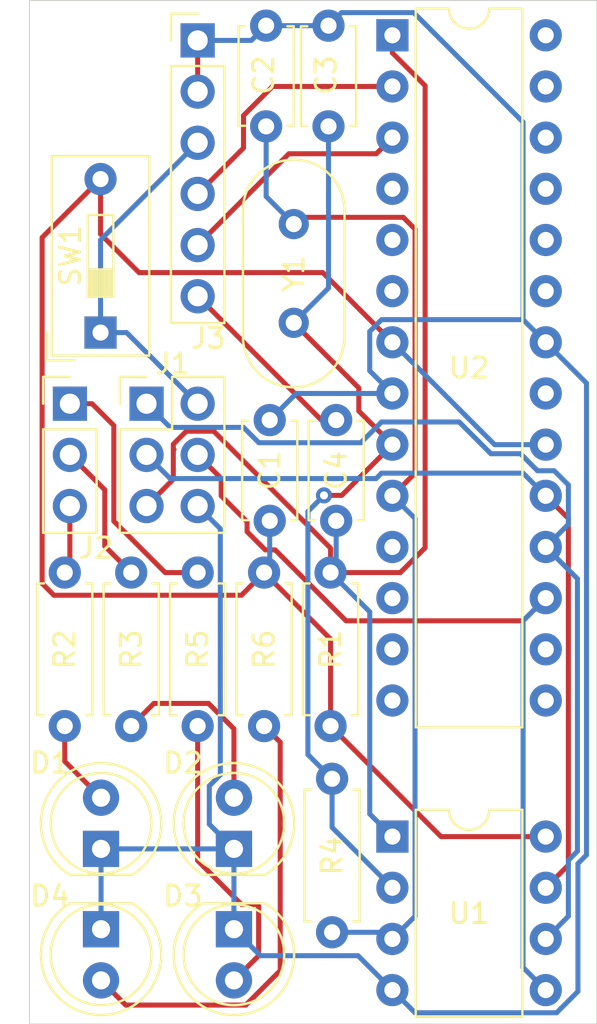
<source format=kicad_pcb>
(kicad_pcb (version 20171130) (host pcbnew 5.1.6+dfsg1-1)

  (general
    (thickness 1.6)
    (drawings 4)
    (tracks 173)
    (zones 0)
    (modules 21)
    (nets 36)
  )

  (page A4)
  (layers
    (0 F.Cu signal)
    (31 B.Cu signal)
    (32 B.Adhes user)
    (33 F.Adhes user)
    (34 B.Paste user)
    (35 F.Paste user)
    (36 B.SilkS user)
    (37 F.SilkS user)
    (38 B.Mask user)
    (39 F.Mask user)
    (40 Dwgs.User user)
    (41 Cmts.User user)
    (42 Eco1.User user)
    (43 Eco2.User user)
    (44 Edge.Cuts user)
    (45 Margin user)
    (46 B.CrtYd user)
    (47 F.CrtYd user)
    (48 B.Fab user)
    (49 F.Fab user)
  )

  (setup
    (last_trace_width 0.25)
    (trace_clearance 0.2)
    (zone_clearance 0.508)
    (zone_45_only no)
    (trace_min 0.2)
    (via_size 0.8)
    (via_drill 0.4)
    (via_min_size 0.4)
    (via_min_drill 0.3)
    (uvia_size 0.3)
    (uvia_drill 0.1)
    (uvias_allowed no)
    (uvia_min_size 0.2)
    (uvia_min_drill 0.1)
    (edge_width 0.05)
    (segment_width 0.2)
    (pcb_text_width 0.3)
    (pcb_text_size 1.5 1.5)
    (mod_edge_width 0.12)
    (mod_text_size 1 1)
    (mod_text_width 0.15)
    (pad_size 1.524 1.524)
    (pad_drill 0.762)
    (pad_to_mask_clearance 0.05)
    (aux_axis_origin 0 0)
    (visible_elements FFFFFF7F)
    (pcbplotparams
      (layerselection 0x010fc_ffffffff)
      (usegerberextensions false)
      (usegerberattributes true)
      (usegerberadvancedattributes true)
      (creategerberjobfile true)
      (excludeedgelayer true)
      (linewidth 0.100000)
      (plotframeref false)
      (viasonmask false)
      (mode 1)
      (useauxorigin false)
      (hpglpennumber 1)
      (hpglpenspeed 20)
      (hpglpendiameter 15.000000)
      (psnegative false)
      (psa4output false)
      (plotreference true)
      (plotvalue true)
      (plotinvisibletext false)
      (padsonsilk false)
      (subtractmaskfromsilk false)
      (outputformat 1)
      (mirror false)
      (drillshape 1)
      (scaleselection 1)
      (outputdirectory ""))
  )

  (net 0 "")
  (net 1 GND)
  (net 2 /XTAL2)
  (net 3 /XTAL1)
  (net 4 "Net-(D1-Pad2)")
  (net 5 "Net-(D2-Pad2)")
  (net 6 "Net-(D3-Pad2)")
  (net 7 "Net-(D4-Pad2)")
  (net 8 /VIn)
  (net 9 "Net-(J2-Pad1)")
  (net 10 "Net-(J2-Pad2)")
  (net 11 "Net-(J2-Pad3)")
  (net 12 "Net-(J3-Pad4)")
  (net 13 "Net-(J3-Pad5)")
  (net 14 /MISO)
  (net 15 /SCK)
  (net 16 /Reset)
  (net 17 /V+)
  (net 18 /MOSI)
  (net 19 "Net-(U2-Pad15)")
  (net 20 "Net-(U2-Pad16)")
  (net 21 "Net-(U2-Pad4)")
  (net 22 "Net-(U2-Pad5)")
  (net 23 "Net-(U2-Pad6)")
  (net 24 "Net-(U2-Pad21)")
  (net 25 "Net-(U2-Pad23)")
  (net 26 "Net-(U2-Pad24)")
  (net 27 "Net-(U2-Pad11)")
  (net 28 "Net-(U2-Pad25)")
  (net 29 "Net-(U2-Pad12)")
  (net 30 "Net-(U2-Pad26)")
  (net 31 "Net-(U2-Pad13)")
  (net 32 "Net-(U2-Pad27)")
  (net 33 "Net-(U2-Pad14)")
  (net 34 "Net-(U2-Pad28)")
  (net 35 "Net-(C4-Pad1)")

  (net_class Default "This is the default net class."
    (clearance 0.2)
    (trace_width 0.25)
    (via_dia 0.8)
    (via_drill 0.4)
    (uvia_dia 0.3)
    (uvia_drill 0.1)
    (add_net /MISO)
    (add_net /MOSI)
    (add_net /Reset)
    (add_net /SCK)
    (add_net /V+)
    (add_net /VIn)
    (add_net /XTAL1)
    (add_net /XTAL2)
    (add_net GND)
    (add_net "Net-(C4-Pad1)")
    (add_net "Net-(D1-Pad2)")
    (add_net "Net-(D2-Pad2)")
    (add_net "Net-(D3-Pad2)")
    (add_net "Net-(D4-Pad2)")
    (add_net "Net-(J2-Pad1)")
    (add_net "Net-(J2-Pad2)")
    (add_net "Net-(J2-Pad3)")
    (add_net "Net-(J3-Pad4)")
    (add_net "Net-(J3-Pad5)")
    (add_net "Net-(U2-Pad11)")
    (add_net "Net-(U2-Pad12)")
    (add_net "Net-(U2-Pad13)")
    (add_net "Net-(U2-Pad14)")
    (add_net "Net-(U2-Pad15)")
    (add_net "Net-(U2-Pad16)")
    (add_net "Net-(U2-Pad21)")
    (add_net "Net-(U2-Pad23)")
    (add_net "Net-(U2-Pad24)")
    (add_net "Net-(U2-Pad25)")
    (add_net "Net-(U2-Pad26)")
    (add_net "Net-(U2-Pad27)")
    (add_net "Net-(U2-Pad28)")
    (add_net "Net-(U2-Pad4)")
    (add_net "Net-(U2-Pad5)")
    (add_net "Net-(U2-Pad6)")
  )

  (module Crystal:Crystal_HC18-U_Vertical (layer F.Cu) (tedit 5A1AD3B7) (tstamp 5ED4CDED)
    (at 112.6998 74.5998 270)
    (descr "Crystal THT HC-18/U, http://5hertz.com/pdfs/04404_D.pdf")
    (tags "THT crystalHC-18/U")
    (path /5ED46A31)
    (fp_text reference Y1 (at 2.45 0 90) (layer F.SilkS)
      (effects (font (size 1 1) (thickness 0.15)))
    )
    (fp_text value 16MHz (at 2.45 3.525 90) (layer F.Fab)
      (effects (font (size 1 1) (thickness 0.15)))
    )
    (fp_line (start -0.675 -2.325) (end 5.575 -2.325) (layer F.Fab) (width 0.1))
    (fp_line (start -0.675 2.325) (end 5.575 2.325) (layer F.Fab) (width 0.1))
    (fp_line (start -0.55 -2) (end 5.45 -2) (layer F.Fab) (width 0.1))
    (fp_line (start -0.55 2) (end 5.45 2) (layer F.Fab) (width 0.1))
    (fp_line (start -0.675 -2.525) (end 5.575 -2.525) (layer F.SilkS) (width 0.12))
    (fp_line (start -0.675 2.525) (end 5.575 2.525) (layer F.SilkS) (width 0.12))
    (fp_line (start -3.5 -2.8) (end -3.5 2.8) (layer F.CrtYd) (width 0.05))
    (fp_line (start -3.5 2.8) (end 8.4 2.8) (layer F.CrtYd) (width 0.05))
    (fp_line (start 8.4 2.8) (end 8.4 -2.8) (layer F.CrtYd) (width 0.05))
    (fp_line (start 8.4 -2.8) (end -3.5 -2.8) (layer F.CrtYd) (width 0.05))
    (fp_text user %R (at 2.45 0 90) (layer F.Fab)
      (effects (font (size 1 1) (thickness 0.15)))
    )
    (fp_arc (start -0.675 0) (end -0.675 -2.325) (angle -180) (layer F.Fab) (width 0.1))
    (fp_arc (start 5.575 0) (end 5.575 -2.325) (angle 180) (layer F.Fab) (width 0.1))
    (fp_arc (start -0.55 0) (end -0.55 -2) (angle -180) (layer F.Fab) (width 0.1))
    (fp_arc (start 5.45 0) (end 5.45 -2) (angle 180) (layer F.Fab) (width 0.1))
    (fp_arc (start -0.675 0) (end -0.675 -2.525) (angle -180) (layer F.SilkS) (width 0.12))
    (fp_arc (start 5.575 0) (end 5.575 -2.525) (angle 180) (layer F.SilkS) (width 0.12))
    (pad 1 thru_hole circle (at 0 0 270) (size 1.5 1.5) (drill 0.8) (layers *.Cu *.Mask)
      (net 2 /XTAL2))
    (pad 2 thru_hole circle (at 4.9 0 270) (size 1.5 1.5) (drill 0.8) (layers *.Cu *.Mask)
      (net 3 /XTAL1))
    (model ${KISYS3DMOD}/Crystal.3dshapes/Crystal_HC18-U_Vertical.wrl
      (at (xyz 0 0 0))
      (scale (xyz 1 1 1))
      (rotate (xyz 0 0 0))
    )
  )

  (module Connector_PinHeader_2.54mm:PinHeader_1x06_P2.54mm_Vertical (layer F.Cu) (tedit 59FED5CC) (tstamp 5ED4CC6D)
    (at 107.9246 65.4812)
    (descr "Through hole straight pin header, 1x06, 2.54mm pitch, single row")
    (tags "Through hole pin header THT 1x06 2.54mm single row")
    (path /5EF41B09)
    (fp_text reference J3 (at 0.5334 14.7828) (layer F.SilkS)
      (effects (font (size 1 1) (thickness 0.15)))
    )
    (fp_text value FTDI (at 0 15.03) (layer F.Fab)
      (effects (font (size 1 1) (thickness 0.15)))
    )
    (fp_line (start -0.635 -1.27) (end 1.27 -1.27) (layer F.Fab) (width 0.1))
    (fp_line (start 1.27 -1.27) (end 1.27 13.97) (layer F.Fab) (width 0.1))
    (fp_line (start 1.27 13.97) (end -1.27 13.97) (layer F.Fab) (width 0.1))
    (fp_line (start -1.27 13.97) (end -1.27 -0.635) (layer F.Fab) (width 0.1))
    (fp_line (start -1.27 -0.635) (end -0.635 -1.27) (layer F.Fab) (width 0.1))
    (fp_line (start -1.33 14.03) (end 1.33 14.03) (layer F.SilkS) (width 0.12))
    (fp_line (start -1.33 1.27) (end -1.33 14.03) (layer F.SilkS) (width 0.12))
    (fp_line (start 1.33 1.27) (end 1.33 14.03) (layer F.SilkS) (width 0.12))
    (fp_line (start -1.33 1.27) (end 1.33 1.27) (layer F.SilkS) (width 0.12))
    (fp_line (start -1.33 0) (end -1.33 -1.33) (layer F.SilkS) (width 0.12))
    (fp_line (start -1.33 -1.33) (end 0 -1.33) (layer F.SilkS) (width 0.12))
    (fp_line (start -1.8 -1.8) (end -1.8 14.5) (layer F.CrtYd) (width 0.05))
    (fp_line (start -1.8 14.5) (end 1.8 14.5) (layer F.CrtYd) (width 0.05))
    (fp_line (start 1.8 14.5) (end 1.8 -1.8) (layer F.CrtYd) (width 0.05))
    (fp_line (start 1.8 -1.8) (end -1.8 -1.8) (layer F.CrtYd) (width 0.05))
    (fp_text user %R (at 0 6.35 90) (layer F.Fab)
      (effects (font (size 1 1) (thickness 0.15)))
    )
    (pad 1 thru_hole rect (at 0 0) (size 1.7 1.7) (drill 1) (layers *.Cu *.Mask)
      (net 1 GND))
    (pad 2 thru_hole oval (at 0 2.54) (size 1.7 1.7) (drill 1) (layers *.Cu *.Mask)
      (net 1 GND))
    (pad 3 thru_hole oval (at 0 5.08) (size 1.7 1.7) (drill 1) (layers *.Cu *.Mask)
      (net 8 /VIn))
    (pad 4 thru_hole oval (at 0 7.62) (size 1.7 1.7) (drill 1) (layers *.Cu *.Mask)
      (net 12 "Net-(J3-Pad4)"))
    (pad 5 thru_hole oval (at 0 10.16) (size 1.7 1.7) (drill 1) (layers *.Cu *.Mask)
      (net 13 "Net-(J3-Pad5)"))
    (pad 6 thru_hole oval (at 0 12.7) (size 1.7 1.7) (drill 1) (layers *.Cu *.Mask)
      (net 35 "Net-(C4-Pad1)"))
    (model ${KISYS3DMOD}/Connector_PinHeader_2.54mm.3dshapes/PinHeader_1x06_P2.54mm_Vertical.wrl
      (at (xyz 0 0 0))
      (scale (xyz 1 1 1))
      (rotate (xyz 0 0 0))
    )
  )

  (module Capacitor_THT:C_Disc_D4.7mm_W2.5mm_P5.00mm (layer F.Cu) (tedit 5AE50EF0) (tstamp 5ED4CBC3)
    (at 111.3282 69.7484 90)
    (descr "C, Disc series, Radial, pin pitch=5.00mm, , diameter*width=4.7*2.5mm^2, Capacitor, http://www.vishay.com/docs/45233/krseries.pdf")
    (tags "C Disc series Radial pin pitch 5.00mm  diameter 4.7mm width 2.5mm Capacitor")
    (path /5ED6DC0E)
    (fp_text reference C2 (at 2.54 -0.127 90) (layer F.SilkS)
      (effects (font (size 1 1) (thickness 0.15)))
    )
    (fp_text value 20pf (at 2.5 2.5 90) (layer F.Fab)
      (effects (font (size 1 1) (thickness 0.15)))
    )
    (fp_line (start 6.05 -1.5) (end -1.05 -1.5) (layer F.CrtYd) (width 0.05))
    (fp_line (start 6.05 1.5) (end 6.05 -1.5) (layer F.CrtYd) (width 0.05))
    (fp_line (start -1.05 1.5) (end 6.05 1.5) (layer F.CrtYd) (width 0.05))
    (fp_line (start -1.05 -1.5) (end -1.05 1.5) (layer F.CrtYd) (width 0.05))
    (fp_line (start 4.97 1.055) (end 4.97 1.37) (layer F.SilkS) (width 0.12))
    (fp_line (start 4.97 -1.37) (end 4.97 -1.055) (layer F.SilkS) (width 0.12))
    (fp_line (start 0.03 1.055) (end 0.03 1.37) (layer F.SilkS) (width 0.12))
    (fp_line (start 0.03 -1.37) (end 0.03 -1.055) (layer F.SilkS) (width 0.12))
    (fp_line (start 0.03 1.37) (end 4.97 1.37) (layer F.SilkS) (width 0.12))
    (fp_line (start 0.03 -1.37) (end 4.97 -1.37) (layer F.SilkS) (width 0.12))
    (fp_line (start 4.85 -1.25) (end 0.15 -1.25) (layer F.Fab) (width 0.1))
    (fp_line (start 4.85 1.25) (end 4.85 -1.25) (layer F.Fab) (width 0.1))
    (fp_line (start 0.15 1.25) (end 4.85 1.25) (layer F.Fab) (width 0.1))
    (fp_line (start 0.15 -1.25) (end 0.15 1.25) (layer F.Fab) (width 0.1))
    (fp_text user %R (at 2.5 0 90) (layer F.Fab)
      (effects (font (size 0.94 0.94) (thickness 0.141)))
    )
    (pad 2 thru_hole circle (at 5 0 90) (size 1.6 1.6) (drill 0.8) (layers *.Cu *.Mask)
      (net 1 GND))
    (pad 1 thru_hole circle (at 0 0 90) (size 1.6 1.6) (drill 0.8) (layers *.Cu *.Mask)
      (net 2 /XTAL2))
    (model ${KISYS3DMOD}/Capacitor_THT.3dshapes/C_Disc_D4.7mm_W2.5mm_P5.00mm.wrl
      (at (xyz 0 0 0))
      (scale (xyz 1 1 1))
      (rotate (xyz 0 0 0))
    )
  )

  (module Capacitor_THT:C_Disc_D4.7mm_W2.5mm_P5.00mm (layer F.Cu) (tedit 5AE50EF0) (tstamp 5ED4CBD8)
    (at 114.427 69.7484 90)
    (descr "C, Disc series, Radial, pin pitch=5.00mm, , diameter*width=4.7*2.5mm^2, Capacitor, http://www.vishay.com/docs/45233/krseries.pdf")
    (tags "C Disc series Radial pin pitch 5.00mm  diameter 4.7mm width 2.5mm Capacitor")
    (path /5ED6E2F1)
    (fp_text reference C3 (at 2.54 -0.127 90) (layer F.SilkS)
      (effects (font (size 1 1) (thickness 0.15)))
    )
    (fp_text value 20pf (at 2.5 2.5 90) (layer F.Fab)
      (effects (font (size 1 1) (thickness 0.15)))
    )
    (fp_line (start 0.15 -1.25) (end 0.15 1.25) (layer F.Fab) (width 0.1))
    (fp_line (start 0.15 1.25) (end 4.85 1.25) (layer F.Fab) (width 0.1))
    (fp_line (start 4.85 1.25) (end 4.85 -1.25) (layer F.Fab) (width 0.1))
    (fp_line (start 4.85 -1.25) (end 0.15 -1.25) (layer F.Fab) (width 0.1))
    (fp_line (start 0.03 -1.37) (end 4.97 -1.37) (layer F.SilkS) (width 0.12))
    (fp_line (start 0.03 1.37) (end 4.97 1.37) (layer F.SilkS) (width 0.12))
    (fp_line (start 0.03 -1.37) (end 0.03 -1.055) (layer F.SilkS) (width 0.12))
    (fp_line (start 0.03 1.055) (end 0.03 1.37) (layer F.SilkS) (width 0.12))
    (fp_line (start 4.97 -1.37) (end 4.97 -1.055) (layer F.SilkS) (width 0.12))
    (fp_line (start 4.97 1.055) (end 4.97 1.37) (layer F.SilkS) (width 0.12))
    (fp_line (start -1.05 -1.5) (end -1.05 1.5) (layer F.CrtYd) (width 0.05))
    (fp_line (start -1.05 1.5) (end 6.05 1.5) (layer F.CrtYd) (width 0.05))
    (fp_line (start 6.05 1.5) (end 6.05 -1.5) (layer F.CrtYd) (width 0.05))
    (fp_line (start 6.05 -1.5) (end -1.05 -1.5) (layer F.CrtYd) (width 0.05))
    (fp_text user %R (at 2.5 0 90) (layer F.Fab)
      (effects (font (size 0.94 0.94) (thickness 0.141)))
    )
    (pad 1 thru_hole circle (at 0 0 90) (size 1.6 1.6) (drill 0.8) (layers *.Cu *.Mask)
      (net 3 /XTAL1))
    (pad 2 thru_hole circle (at 5 0 90) (size 1.6 1.6) (drill 0.8) (layers *.Cu *.Mask)
      (net 1 GND))
    (model ${KISYS3DMOD}/Capacitor_THT.3dshapes/C_Disc_D4.7mm_W2.5mm_P5.00mm.wrl
      (at (xyz 0 0 0))
      (scale (xyz 1 1 1))
      (rotate (xyz 0 0 0))
    )
  )

  (module LED_THT:LED_D5.0mm (layer F.Cu) (tedit 5995936A) (tstamp 5ED4CBEA)
    (at 103.124 105.6132 90)
    (descr "LED, diameter 5.0mm, 2 pins, http://cdn-reichelt.de/documents/datenblatt/A500/LL-504BC2E-009.pdf")
    (tags "LED diameter 5.0mm 2 pins")
    (path /5ED490BF)
    (fp_text reference D1 (at 4.2672 -2.54 180) (layer F.SilkS)
      (effects (font (size 1 1) (thickness 0.15)))
    )
    (fp_text value PRG (at 1.27 3.96 90) (layer F.Fab)
      (effects (font (size 1 1) (thickness 0.15)))
    )
    (fp_line (start 4.5 -3.25) (end -1.95 -3.25) (layer F.CrtYd) (width 0.05))
    (fp_line (start 4.5 3.25) (end 4.5 -3.25) (layer F.CrtYd) (width 0.05))
    (fp_line (start -1.95 3.25) (end 4.5 3.25) (layer F.CrtYd) (width 0.05))
    (fp_line (start -1.95 -3.25) (end -1.95 3.25) (layer F.CrtYd) (width 0.05))
    (fp_line (start -1.29 -1.545) (end -1.29 1.545) (layer F.SilkS) (width 0.12))
    (fp_line (start -1.23 -1.469694) (end -1.23 1.469694) (layer F.Fab) (width 0.1))
    (fp_circle (center 1.27 0) (end 3.77 0) (layer F.SilkS) (width 0.12))
    (fp_circle (center 1.27 0) (end 3.77 0) (layer F.Fab) (width 0.1))
    (fp_text user %R (at 1.25 0 90) (layer F.Fab)
      (effects (font (size 0.8 0.8) (thickness 0.2)))
    )
    (fp_arc (start 1.27 0) (end -1.29 1.54483) (angle -148.9) (layer F.SilkS) (width 0.12))
    (fp_arc (start 1.27 0) (end -1.29 -1.54483) (angle 148.9) (layer F.SilkS) (width 0.12))
    (fp_arc (start 1.27 0) (end -1.23 -1.469694) (angle 299.1) (layer F.Fab) (width 0.1))
    (pad 2 thru_hole circle (at 2.54 0 90) (size 1.8 1.8) (drill 0.9) (layers *.Cu *.Mask)
      (net 4 "Net-(D1-Pad2)"))
    (pad 1 thru_hole rect (at 0 0 90) (size 1.8 1.8) (drill 0.9) (layers *.Cu *.Mask)
      (net 1 GND))
    (model ${KISYS3DMOD}/LED_THT.3dshapes/LED_D5.0mm.wrl
      (at (xyz 0 0 0))
      (scale (xyz 1 1 1))
      (rotate (xyz 0 0 0))
    )
  )

  (module LED_THT:LED_D5.0mm (layer F.Cu) (tedit 5995936A) (tstamp 5ED4CBFC)
    (at 109.728 105.6132 90)
    (descr "LED, diameter 5.0mm, 2 pins, http://cdn-reichelt.de/documents/datenblatt/A500/LL-504BC2E-009.pdf")
    (tags "LED diameter 5.0mm 2 pins")
    (path /5ED499D2)
    (fp_text reference D2 (at 4.2672 -2.54 180) (layer F.SilkS)
      (effects (font (size 1 1) (thickness 0.15)))
    )
    (fp_text value ERR (at 1.27 3.96 90) (layer F.Fab)
      (effects (font (size 1 1) (thickness 0.15)))
    )
    (fp_circle (center 1.27 0) (end 3.77 0) (layer F.Fab) (width 0.1))
    (fp_circle (center 1.27 0) (end 3.77 0) (layer F.SilkS) (width 0.12))
    (fp_line (start -1.23 -1.469694) (end -1.23 1.469694) (layer F.Fab) (width 0.1))
    (fp_line (start -1.29 -1.545) (end -1.29 1.545) (layer F.SilkS) (width 0.12))
    (fp_line (start -1.95 -3.25) (end -1.95 3.25) (layer F.CrtYd) (width 0.05))
    (fp_line (start -1.95 3.25) (end 4.5 3.25) (layer F.CrtYd) (width 0.05))
    (fp_line (start 4.5 3.25) (end 4.5 -3.25) (layer F.CrtYd) (width 0.05))
    (fp_line (start 4.5 -3.25) (end -1.95 -3.25) (layer F.CrtYd) (width 0.05))
    (fp_arc (start 1.27 0) (end -1.23 -1.469694) (angle 299.1) (layer F.Fab) (width 0.1))
    (fp_arc (start 1.27 0) (end -1.29 -1.54483) (angle 148.9) (layer F.SilkS) (width 0.12))
    (fp_arc (start 1.27 0) (end -1.29 1.54483) (angle -148.9) (layer F.SilkS) (width 0.12))
    (fp_text user %R (at 1.25 0 90) (layer F.Fab)
      (effects (font (size 0.8 0.8) (thickness 0.2)))
    )
    (pad 1 thru_hole rect (at 0 0 90) (size 1.8 1.8) (drill 0.9) (layers *.Cu *.Mask)
      (net 1 GND))
    (pad 2 thru_hole circle (at 2.54 0 90) (size 1.8 1.8) (drill 0.9) (layers *.Cu *.Mask)
      (net 5 "Net-(D2-Pad2)"))
    (model ${KISYS3DMOD}/LED_THT.3dshapes/LED_D5.0mm.wrl
      (at (xyz 0 0 0))
      (scale (xyz 1 1 1))
      (rotate (xyz 0 0 0))
    )
  )

  (module LED_THT:LED_D5.0mm (layer F.Cu) (tedit 5995936A) (tstamp 5ED4CC0E)
    (at 109.728 109.601 270)
    (descr "LED, diameter 5.0mm, 2 pins, http://cdn-reichelt.de/documents/datenblatt/A500/LL-504BC2E-009.pdf")
    (tags "LED diameter 5.0mm 2 pins")
    (path /5ED4A283)
    (fp_text reference D3 (at -1.651 2.54 180) (layer F.SilkS)
      (effects (font (size 1 1) (thickness 0.15)))
    )
    (fp_text value HB (at 1.27 3.96 90) (layer F.Fab)
      (effects (font (size 1 1) (thickness 0.15)))
    )
    (fp_line (start 4.5 -3.25) (end -1.95 -3.25) (layer F.CrtYd) (width 0.05))
    (fp_line (start 4.5 3.25) (end 4.5 -3.25) (layer F.CrtYd) (width 0.05))
    (fp_line (start -1.95 3.25) (end 4.5 3.25) (layer F.CrtYd) (width 0.05))
    (fp_line (start -1.95 -3.25) (end -1.95 3.25) (layer F.CrtYd) (width 0.05))
    (fp_line (start -1.29 -1.545) (end -1.29 1.545) (layer F.SilkS) (width 0.12))
    (fp_line (start -1.23 -1.469694) (end -1.23 1.469694) (layer F.Fab) (width 0.1))
    (fp_circle (center 1.27 0) (end 3.77 0) (layer F.SilkS) (width 0.12))
    (fp_circle (center 1.27 0) (end 3.77 0) (layer F.Fab) (width 0.1))
    (fp_text user %R (at 1.25 0 90) (layer F.Fab)
      (effects (font (size 0.8 0.8) (thickness 0.2)))
    )
    (fp_arc (start 1.27 0) (end -1.29 1.54483) (angle -148.9) (layer F.SilkS) (width 0.12))
    (fp_arc (start 1.27 0) (end -1.29 -1.54483) (angle 148.9) (layer F.SilkS) (width 0.12))
    (fp_arc (start 1.27 0) (end -1.23 -1.469694) (angle 299.1) (layer F.Fab) (width 0.1))
    (pad 2 thru_hole circle (at 2.54 0 270) (size 1.8 1.8) (drill 0.9) (layers *.Cu *.Mask)
      (net 6 "Net-(D3-Pad2)"))
    (pad 1 thru_hole rect (at 0 0 270) (size 1.8 1.8) (drill 0.9) (layers *.Cu *.Mask)
      (net 1 GND))
    (model ${KISYS3DMOD}/LED_THT.3dshapes/LED_D5.0mm.wrl
      (at (xyz 0 0 0))
      (scale (xyz 1 1 1))
      (rotate (xyz 0 0 0))
    )
  )

  (module LED_THT:LED_D5.0mm (layer F.Cu) (tedit 5995936A) (tstamp 5ED4CC20)
    (at 103.124 109.601 270)
    (descr "LED, diameter 5.0mm, 2 pins, http://cdn-reichelt.de/documents/datenblatt/A500/LL-504BC2E-009.pdf")
    (tags "LED diameter 5.0mm 2 pins")
    (path /5EEDDC08)
    (fp_text reference D4 (at -1.651 2.54 180) (layer F.SilkS)
      (effects (font (size 1 1) (thickness 0.15)))
    )
    (fp_text value Power (at 1.27 3.96 90) (layer F.Fab)
      (effects (font (size 1 1) (thickness 0.15)))
    )
    (fp_circle (center 1.27 0) (end 3.77 0) (layer F.Fab) (width 0.1))
    (fp_circle (center 1.27 0) (end 3.77 0) (layer F.SilkS) (width 0.12))
    (fp_line (start -1.23 -1.469694) (end -1.23 1.469694) (layer F.Fab) (width 0.1))
    (fp_line (start -1.29 -1.545) (end -1.29 1.545) (layer F.SilkS) (width 0.12))
    (fp_line (start -1.95 -3.25) (end -1.95 3.25) (layer F.CrtYd) (width 0.05))
    (fp_line (start -1.95 3.25) (end 4.5 3.25) (layer F.CrtYd) (width 0.05))
    (fp_line (start 4.5 3.25) (end 4.5 -3.25) (layer F.CrtYd) (width 0.05))
    (fp_line (start 4.5 -3.25) (end -1.95 -3.25) (layer F.CrtYd) (width 0.05))
    (fp_arc (start 1.27 0) (end -1.23 -1.469694) (angle 299.1) (layer F.Fab) (width 0.1))
    (fp_arc (start 1.27 0) (end -1.29 -1.54483) (angle 148.9) (layer F.SilkS) (width 0.12))
    (fp_arc (start 1.27 0) (end -1.29 1.54483) (angle -148.9) (layer F.SilkS) (width 0.12))
    (fp_text user %R (at 1.25 0 90) (layer F.Fab)
      (effects (font (size 0.8 0.8) (thickness 0.2)))
    )
    (pad 1 thru_hole rect (at 0 0 270) (size 1.8 1.8) (drill 0.9) (layers *.Cu *.Mask)
      (net 1 GND))
    (pad 2 thru_hole circle (at 2.54 0 270) (size 1.8 1.8) (drill 0.9) (layers *.Cu *.Mask)
      (net 7 "Net-(D4-Pad2)"))
    (model ${KISYS3DMOD}/LED_THT.3dshapes/LED_D5.0mm.wrl
      (at (xyz 0 0 0))
      (scale (xyz 1 1 1))
      (rotate (xyz 0 0 0))
    )
  )

  (module Connector_PinHeader_2.54mm:PinHeader_2x03_P2.54mm_Vertical (layer F.Cu) (tedit 59FED5CC) (tstamp 5ED4CC3C)
    (at 105.3846 83.5152)
    (descr "Through hole straight pin header, 2x03, 2.54mm pitch, double rows")
    (tags "Through hole pin header THT 2x03 2.54mm double row")
    (path /5EDF30A1)
    (fp_text reference J1 (at 1.2954 -1.9812) (layer F.SilkS)
      (effects (font (size 1 1) (thickness 0.15)))
    )
    (fp_text value ICSP (at 1.27 7.41) (layer F.Fab)
      (effects (font (size 1 1) (thickness 0.15)))
    )
    (fp_line (start 0 -1.27) (end 3.81 -1.27) (layer F.Fab) (width 0.1))
    (fp_line (start 3.81 -1.27) (end 3.81 6.35) (layer F.Fab) (width 0.1))
    (fp_line (start 3.81 6.35) (end -1.27 6.35) (layer F.Fab) (width 0.1))
    (fp_line (start -1.27 6.35) (end -1.27 0) (layer F.Fab) (width 0.1))
    (fp_line (start -1.27 0) (end 0 -1.27) (layer F.Fab) (width 0.1))
    (fp_line (start -1.33 6.41) (end 3.87 6.41) (layer F.SilkS) (width 0.12))
    (fp_line (start -1.33 1.27) (end -1.33 6.41) (layer F.SilkS) (width 0.12))
    (fp_line (start 3.87 -1.33) (end 3.87 6.41) (layer F.SilkS) (width 0.12))
    (fp_line (start -1.33 1.27) (end 1.27 1.27) (layer F.SilkS) (width 0.12))
    (fp_line (start 1.27 1.27) (end 1.27 -1.33) (layer F.SilkS) (width 0.12))
    (fp_line (start 1.27 -1.33) (end 3.87 -1.33) (layer F.SilkS) (width 0.12))
    (fp_line (start -1.33 0) (end -1.33 -1.33) (layer F.SilkS) (width 0.12))
    (fp_line (start -1.33 -1.33) (end 0 -1.33) (layer F.SilkS) (width 0.12))
    (fp_line (start -1.8 -1.8) (end -1.8 6.85) (layer F.CrtYd) (width 0.05))
    (fp_line (start -1.8 6.85) (end 4.35 6.85) (layer F.CrtYd) (width 0.05))
    (fp_line (start 4.35 6.85) (end 4.35 -1.8) (layer F.CrtYd) (width 0.05))
    (fp_line (start 4.35 -1.8) (end -1.8 -1.8) (layer F.CrtYd) (width 0.05))
    (fp_text user %R (at 1.27 2.54 90) (layer F.Fab)
      (effects (font (size 1 1) (thickness 0.15)))
    )
    (pad 1 thru_hole rect (at 0 0) (size 1.7 1.7) (drill 1) (layers *.Cu *.Mask)
      (net 14 /MISO))
    (pad 2 thru_hole oval (at 2.54 0) (size 1.7 1.7) (drill 1) (layers *.Cu *.Mask)
      (net 8 /VIn))
    (pad 3 thru_hole oval (at 0 2.54) (size 1.7 1.7) (drill 1) (layers *.Cu *.Mask)
      (net 15 /SCK))
    (pad 4 thru_hole oval (at 2.54 2.54) (size 1.7 1.7) (drill 1) (layers *.Cu *.Mask)
      (net 18 /MOSI))
    (pad 5 thru_hole oval (at 0 5.08) (size 1.7 1.7) (drill 1) (layers *.Cu *.Mask)
      (net 16 /Reset))
    (pad 6 thru_hole oval (at 2.54 5.08) (size 1.7 1.7) (drill 1) (layers *.Cu *.Mask)
      (net 1 GND))
    (model ${KISYS3DMOD}/Connector_PinHeader_2.54mm.3dshapes/PinHeader_2x03_P2.54mm_Vertical.wrl
      (at (xyz 0 0 0))
      (scale (xyz 1 1 1))
      (rotate (xyz 0 0 0))
    )
  )

  (module Connector_PinHeader_2.54mm:PinHeader_1x03_P2.54mm_Vertical (layer F.Cu) (tedit 59FED5CC) (tstamp 5ED4CC53)
    (at 101.5746 83.5152)
    (descr "Through hole straight pin header, 1x03, 2.54mm pitch, single row")
    (tags "Through hole pin header THT 1x03 2.54mm single row")
    (path /5ED4B08F)
    (fp_text reference J2 (at 1.2954 7.1628) (layer F.SilkS)
      (effects (font (size 1 1) (thickness 0.15)))
    )
    (fp_text value Status (at 0 7.41) (layer F.Fab)
      (effects (font (size 1 1) (thickness 0.15)))
    )
    (fp_line (start -0.635 -1.27) (end 1.27 -1.27) (layer F.Fab) (width 0.1))
    (fp_line (start 1.27 -1.27) (end 1.27 6.35) (layer F.Fab) (width 0.1))
    (fp_line (start 1.27 6.35) (end -1.27 6.35) (layer F.Fab) (width 0.1))
    (fp_line (start -1.27 6.35) (end -1.27 -0.635) (layer F.Fab) (width 0.1))
    (fp_line (start -1.27 -0.635) (end -0.635 -1.27) (layer F.Fab) (width 0.1))
    (fp_line (start -1.33 6.41) (end 1.33 6.41) (layer F.SilkS) (width 0.12))
    (fp_line (start -1.33 1.27) (end -1.33 6.41) (layer F.SilkS) (width 0.12))
    (fp_line (start 1.33 1.27) (end 1.33 6.41) (layer F.SilkS) (width 0.12))
    (fp_line (start -1.33 1.27) (end 1.33 1.27) (layer F.SilkS) (width 0.12))
    (fp_line (start -1.33 0) (end -1.33 -1.33) (layer F.SilkS) (width 0.12))
    (fp_line (start -1.33 -1.33) (end 0 -1.33) (layer F.SilkS) (width 0.12))
    (fp_line (start -1.8 -1.8) (end -1.8 6.85) (layer F.CrtYd) (width 0.05))
    (fp_line (start -1.8 6.85) (end 1.8 6.85) (layer F.CrtYd) (width 0.05))
    (fp_line (start 1.8 6.85) (end 1.8 -1.8) (layer F.CrtYd) (width 0.05))
    (fp_line (start 1.8 -1.8) (end -1.8 -1.8) (layer F.CrtYd) (width 0.05))
    (fp_text user %R (at 0 2.54 90) (layer F.Fab)
      (effects (font (size 1 1) (thickness 0.15)))
    )
    (pad 1 thru_hole rect (at 0 0) (size 1.7 1.7) (drill 1) (layers *.Cu *.Mask)
      (net 9 "Net-(J2-Pad1)"))
    (pad 2 thru_hole oval (at 0 2.54) (size 1.7 1.7) (drill 1) (layers *.Cu *.Mask)
      (net 10 "Net-(J2-Pad2)"))
    (pad 3 thru_hole oval (at 0 5.08) (size 1.7 1.7) (drill 1) (layers *.Cu *.Mask)
      (net 11 "Net-(J2-Pad3)"))
    (model ${KISYS3DMOD}/Connector_PinHeader_2.54mm.3dshapes/PinHeader_1x03_P2.54mm_Vertical.wrl
      (at (xyz 0 0 0))
      (scale (xyz 1 1 1))
      (rotate (xyz 0 0 0))
    )
  )

  (module Resistor_THT:R_Axial_DIN0207_L6.3mm_D2.5mm_P7.62mm_Horizontal (layer F.Cu) (tedit 5AE5139B) (tstamp 5ED4F3FB)
    (at 114.5286 91.8972 270)
    (descr "Resistor, Axial_DIN0207 series, Axial, Horizontal, pin pitch=7.62mm, 0.25W = 1/4W, length*diameter=6.3*2.5mm^2, http://cdn-reichelt.de/documents/datenblatt/B400/1_4W%23YAG.pdf")
    (tags "Resistor Axial_DIN0207 series Axial Horizontal pin pitch 7.62mm 0.25W = 1/4W length 6.3mm diameter 2.5mm")
    (path /5EE5920E)
    (fp_text reference R1 (at 3.81 0 90) (layer F.SilkS)
      (effects (font (size 1 1) (thickness 0.15)))
    )
    (fp_text value 10K (at 3.81 2.37 90) (layer F.Fab)
      (effects (font (size 1 1) (thickness 0.15)))
    )
    (fp_line (start 8.67 -1.5) (end -1.05 -1.5) (layer F.CrtYd) (width 0.05))
    (fp_line (start 8.67 1.5) (end 8.67 -1.5) (layer F.CrtYd) (width 0.05))
    (fp_line (start -1.05 1.5) (end 8.67 1.5) (layer F.CrtYd) (width 0.05))
    (fp_line (start -1.05 -1.5) (end -1.05 1.5) (layer F.CrtYd) (width 0.05))
    (fp_line (start 7.08 1.37) (end 7.08 1.04) (layer F.SilkS) (width 0.12))
    (fp_line (start 0.54 1.37) (end 7.08 1.37) (layer F.SilkS) (width 0.12))
    (fp_line (start 0.54 1.04) (end 0.54 1.37) (layer F.SilkS) (width 0.12))
    (fp_line (start 7.08 -1.37) (end 7.08 -1.04) (layer F.SilkS) (width 0.12))
    (fp_line (start 0.54 -1.37) (end 7.08 -1.37) (layer F.SilkS) (width 0.12))
    (fp_line (start 0.54 -1.04) (end 0.54 -1.37) (layer F.SilkS) (width 0.12))
    (fp_line (start 7.62 0) (end 6.96 0) (layer F.Fab) (width 0.1))
    (fp_line (start 0 0) (end 0.66 0) (layer F.Fab) (width 0.1))
    (fp_line (start 6.96 -1.25) (end 0.66 -1.25) (layer F.Fab) (width 0.1))
    (fp_line (start 6.96 1.25) (end 6.96 -1.25) (layer F.Fab) (width 0.1))
    (fp_line (start 0.66 1.25) (end 6.96 1.25) (layer F.Fab) (width 0.1))
    (fp_line (start 0.66 -1.25) (end 0.66 1.25) (layer F.Fab) (width 0.1))
    (fp_text user %R (at 3.81 0 90) (layer F.Fab)
      (effects (font (size 1 1) (thickness 0.15)))
    )
    (pad 2 thru_hole oval (at 7.62 0 270) (size 1.6 1.6) (drill 0.8) (layers *.Cu *.Mask)
      (net 17 /V+))
    (pad 1 thru_hole circle (at 0 0 270) (size 1.6 1.6) (drill 0.8) (layers *.Cu *.Mask)
      (net 16 /Reset))
    (model ${KISYS3DMOD}/Resistor_THT.3dshapes/R_Axial_DIN0207_L6.3mm_D2.5mm_P7.62mm_Horizontal.wrl
      (at (xyz 0 0 0))
      (scale (xyz 1 1 1))
      (rotate (xyz 0 0 0))
    )
  )

  (module Resistor_THT:R_Axial_DIN0207_L6.3mm_D2.5mm_P7.62mm_Horizontal (layer F.Cu) (tedit 5AE5139B) (tstamp 5ED4CCF7)
    (at 101.3206 91.8972 270)
    (descr "Resistor, Axial_DIN0207 series, Axial, Horizontal, pin pitch=7.62mm, 0.25W = 1/4W, length*diameter=6.3*2.5mm^2, http://cdn-reichelt.de/documents/datenblatt/B400/1_4W%23YAG.pdf")
    (tags "Resistor Axial_DIN0207 series Axial Horizontal pin pitch 7.62mm 0.25W = 1/4W length 6.3mm diameter 2.5mm")
    (path /5ED47E1D)
    (fp_text reference R2 (at 3.81 0 90) (layer F.SilkS)
      (effects (font (size 1 1) (thickness 0.15)))
    )
    (fp_text value 220 (at 3.81 2.37 90) (layer F.Fab)
      (effects (font (size 1 1) (thickness 0.15)))
    )
    (fp_line (start 0.66 -1.25) (end 0.66 1.25) (layer F.Fab) (width 0.1))
    (fp_line (start 0.66 1.25) (end 6.96 1.25) (layer F.Fab) (width 0.1))
    (fp_line (start 6.96 1.25) (end 6.96 -1.25) (layer F.Fab) (width 0.1))
    (fp_line (start 6.96 -1.25) (end 0.66 -1.25) (layer F.Fab) (width 0.1))
    (fp_line (start 0 0) (end 0.66 0) (layer F.Fab) (width 0.1))
    (fp_line (start 7.62 0) (end 6.96 0) (layer F.Fab) (width 0.1))
    (fp_line (start 0.54 -1.04) (end 0.54 -1.37) (layer F.SilkS) (width 0.12))
    (fp_line (start 0.54 -1.37) (end 7.08 -1.37) (layer F.SilkS) (width 0.12))
    (fp_line (start 7.08 -1.37) (end 7.08 -1.04) (layer F.SilkS) (width 0.12))
    (fp_line (start 0.54 1.04) (end 0.54 1.37) (layer F.SilkS) (width 0.12))
    (fp_line (start 0.54 1.37) (end 7.08 1.37) (layer F.SilkS) (width 0.12))
    (fp_line (start 7.08 1.37) (end 7.08 1.04) (layer F.SilkS) (width 0.12))
    (fp_line (start -1.05 -1.5) (end -1.05 1.5) (layer F.CrtYd) (width 0.05))
    (fp_line (start -1.05 1.5) (end 8.67 1.5) (layer F.CrtYd) (width 0.05))
    (fp_line (start 8.67 1.5) (end 8.67 -1.5) (layer F.CrtYd) (width 0.05))
    (fp_line (start 8.67 -1.5) (end -1.05 -1.5) (layer F.CrtYd) (width 0.05))
    (fp_text user %R (at 3.81 0 90) (layer F.Fab)
      (effects (font (size 1 1) (thickness 0.15)))
    )
    (pad 1 thru_hole circle (at 0 0 270) (size 1.6 1.6) (drill 0.8) (layers *.Cu *.Mask)
      (net 11 "Net-(J2-Pad3)"))
    (pad 2 thru_hole oval (at 7.62 0 270) (size 1.6 1.6) (drill 0.8) (layers *.Cu *.Mask)
      (net 4 "Net-(D1-Pad2)"))
    (model ${KISYS3DMOD}/Resistor_THT.3dshapes/R_Axial_DIN0207_L6.3mm_D2.5mm_P7.62mm_Horizontal.wrl
      (at (xyz 0 0 0))
      (scale (xyz 1 1 1))
      (rotate (xyz 0 0 0))
    )
  )

  (module Resistor_THT:R_Axial_DIN0207_L6.3mm_D2.5mm_P7.62mm_Horizontal (layer F.Cu) (tedit 5AE5139B) (tstamp 5ED4CD0E)
    (at 104.6226 99.5172 90)
    (descr "Resistor, Axial_DIN0207 series, Axial, Horizontal, pin pitch=7.62mm, 0.25W = 1/4W, length*diameter=6.3*2.5mm^2, http://cdn-reichelt.de/documents/datenblatt/B400/1_4W%23YAG.pdf")
    (tags "Resistor Axial_DIN0207 series Axial Horizontal pin pitch 7.62mm 0.25W = 1/4W length 6.3mm diameter 2.5mm")
    (path /5ED4837A)
    (fp_text reference R3 (at 3.81 0 90) (layer F.SilkS)
      (effects (font (size 1 1) (thickness 0.15)))
    )
    (fp_text value 220 (at 3.81 -2.54 90) (layer F.Fab)
      (effects (font (size 1 1) (thickness 0.15)))
    )
    (fp_line (start 8.67 -1.5) (end -1.05 -1.5) (layer F.CrtYd) (width 0.05))
    (fp_line (start 8.67 1.5) (end 8.67 -1.5) (layer F.CrtYd) (width 0.05))
    (fp_line (start -1.05 1.5) (end 8.67 1.5) (layer F.CrtYd) (width 0.05))
    (fp_line (start -1.05 -1.5) (end -1.05 1.5) (layer F.CrtYd) (width 0.05))
    (fp_line (start 7.08 1.37) (end 7.08 1.04) (layer F.SilkS) (width 0.12))
    (fp_line (start 0.54 1.37) (end 7.08 1.37) (layer F.SilkS) (width 0.12))
    (fp_line (start 0.54 1.04) (end 0.54 1.37) (layer F.SilkS) (width 0.12))
    (fp_line (start 7.08 -1.37) (end 7.08 -1.04) (layer F.SilkS) (width 0.12))
    (fp_line (start 0.54 -1.37) (end 7.08 -1.37) (layer F.SilkS) (width 0.12))
    (fp_line (start 0.54 -1.04) (end 0.54 -1.37) (layer F.SilkS) (width 0.12))
    (fp_line (start 7.62 0) (end 6.96 0) (layer F.Fab) (width 0.1))
    (fp_line (start 0 0) (end 0.66 0) (layer F.Fab) (width 0.1))
    (fp_line (start 6.96 -1.25) (end 0.66 -1.25) (layer F.Fab) (width 0.1))
    (fp_line (start 6.96 1.25) (end 6.96 -1.25) (layer F.Fab) (width 0.1))
    (fp_line (start 0.66 1.25) (end 6.96 1.25) (layer F.Fab) (width 0.1))
    (fp_line (start 0.66 -1.25) (end 0.66 1.25) (layer F.Fab) (width 0.1))
    (fp_text user %R (at 3.81 0 90) (layer F.Fab)
      (effects (font (size 1 1) (thickness 0.15)))
    )
    (pad 2 thru_hole oval (at 7.62 0 90) (size 1.6 1.6) (drill 0.8) (layers *.Cu *.Mask)
      (net 10 "Net-(J2-Pad2)"))
    (pad 1 thru_hole circle (at 0 0 90) (size 1.6 1.6) (drill 0.8) (layers *.Cu *.Mask)
      (net 5 "Net-(D2-Pad2)"))
    (model ${KISYS3DMOD}/Resistor_THT.3dshapes/R_Axial_DIN0207_L6.3mm_D2.5mm_P7.62mm_Horizontal.wrl
      (at (xyz 0 0 0))
      (scale (xyz 1 1 1))
      (rotate (xyz 0 0 0))
    )
  )

  (module Resistor_THT:R_Axial_DIN0207_L6.3mm_D2.5mm_P7.62mm_Horizontal (layer F.Cu) (tedit 5AE5139B) (tstamp 5EE56B6E)
    (at 114.6048 102.1334 270)
    (descr "Resistor, Axial_DIN0207 series, Axial, Horizontal, pin pitch=7.62mm, 0.25W = 1/4W, length*diameter=6.3*2.5mm^2, http://cdn-reichelt.de/documents/datenblatt/B400/1_4W%23YAG.pdf")
    (tags "Resistor Axial_DIN0207 series Axial Horizontal pin pitch 7.62mm 0.25W = 1/4W length 6.3mm diameter 2.5mm")
    (path /5ED6D263)
    (fp_text reference R4 (at 3.81 0 90) (layer F.SilkS)
      (effects (font (size 1 1) (thickness 0.15)))
    )
    (fp_text value 1M (at 3.81 2.37 90) (layer F.Fab)
      (effects (font (size 1 1) (thickness 0.15)))
    )
    (fp_line (start 8.67 -1.5) (end -1.05 -1.5) (layer F.CrtYd) (width 0.05))
    (fp_line (start 8.67 1.5) (end 8.67 -1.5) (layer F.CrtYd) (width 0.05))
    (fp_line (start -1.05 1.5) (end 8.67 1.5) (layer F.CrtYd) (width 0.05))
    (fp_line (start -1.05 -1.5) (end -1.05 1.5) (layer F.CrtYd) (width 0.05))
    (fp_line (start 7.08 1.37) (end 7.08 1.04) (layer F.SilkS) (width 0.12))
    (fp_line (start 0.54 1.37) (end 7.08 1.37) (layer F.SilkS) (width 0.12))
    (fp_line (start 0.54 1.04) (end 0.54 1.37) (layer F.SilkS) (width 0.12))
    (fp_line (start 7.08 -1.37) (end 7.08 -1.04) (layer F.SilkS) (width 0.12))
    (fp_line (start 0.54 -1.37) (end 7.08 -1.37) (layer F.SilkS) (width 0.12))
    (fp_line (start 0.54 -1.04) (end 0.54 -1.37) (layer F.SilkS) (width 0.12))
    (fp_line (start 7.62 0) (end 6.96 0) (layer F.Fab) (width 0.1))
    (fp_line (start 0 0) (end 0.66 0) (layer F.Fab) (width 0.1))
    (fp_line (start 6.96 -1.25) (end 0.66 -1.25) (layer F.Fab) (width 0.1))
    (fp_line (start 6.96 1.25) (end 6.96 -1.25) (layer F.Fab) (width 0.1))
    (fp_line (start 0.66 1.25) (end 6.96 1.25) (layer F.Fab) (width 0.1))
    (fp_line (start 0.66 -1.25) (end 0.66 1.25) (layer F.Fab) (width 0.1))
    (fp_text user %R (at 3.81 0 270) (layer F.Fab)
      (effects (font (size 1 1) (thickness 0.15)))
    )
    (pad 2 thru_hole oval (at 7.62 0 270) (size 1.6 1.6) (drill 0.8) (layers *.Cu *.Mask)
      (net 2 /XTAL2))
    (pad 1 thru_hole circle (at 0 0 270) (size 1.6 1.6) (drill 0.8) (layers *.Cu *.Mask)
      (net 3 /XTAL1))
    (model ${KISYS3DMOD}/Resistor_THT.3dshapes/R_Axial_DIN0207_L6.3mm_D2.5mm_P7.62mm_Horizontal.wrl
      (at (xyz 0 0 0))
      (scale (xyz 1 1 1))
      (rotate (xyz 0 0 0))
    )
  )

  (module Resistor_THT:R_Axial_DIN0207_L6.3mm_D2.5mm_P7.62mm_Horizontal (layer F.Cu) (tedit 5AE5139B) (tstamp 5ED4CD3C)
    (at 107.9246 91.8972 270)
    (descr "Resistor, Axial_DIN0207 series, Axial, Horizontal, pin pitch=7.62mm, 0.25W = 1/4W, length*diameter=6.3*2.5mm^2, http://cdn-reichelt.de/documents/datenblatt/B400/1_4W%23YAG.pdf")
    (tags "Resistor Axial_DIN0207 series Axial Horizontal pin pitch 7.62mm 0.25W = 1/4W length 6.3mm diameter 2.5mm")
    (path /5ED488F8)
    (fp_text reference R5 (at 3.81 0 90) (layer F.SilkS)
      (effects (font (size 1 1) (thickness 0.15)))
    )
    (fp_text value 220 (at 3.81 2.37 90) (layer F.Fab)
      (effects (font (size 1 1) (thickness 0.15)))
    )
    (fp_line (start 0.66 -1.25) (end 0.66 1.25) (layer F.Fab) (width 0.1))
    (fp_line (start 0.66 1.25) (end 6.96 1.25) (layer F.Fab) (width 0.1))
    (fp_line (start 6.96 1.25) (end 6.96 -1.25) (layer F.Fab) (width 0.1))
    (fp_line (start 6.96 -1.25) (end 0.66 -1.25) (layer F.Fab) (width 0.1))
    (fp_line (start 0 0) (end 0.66 0) (layer F.Fab) (width 0.1))
    (fp_line (start 7.62 0) (end 6.96 0) (layer F.Fab) (width 0.1))
    (fp_line (start 0.54 -1.04) (end 0.54 -1.37) (layer F.SilkS) (width 0.12))
    (fp_line (start 0.54 -1.37) (end 7.08 -1.37) (layer F.SilkS) (width 0.12))
    (fp_line (start 7.08 -1.37) (end 7.08 -1.04) (layer F.SilkS) (width 0.12))
    (fp_line (start 0.54 1.04) (end 0.54 1.37) (layer F.SilkS) (width 0.12))
    (fp_line (start 0.54 1.37) (end 7.08 1.37) (layer F.SilkS) (width 0.12))
    (fp_line (start 7.08 1.37) (end 7.08 1.04) (layer F.SilkS) (width 0.12))
    (fp_line (start -1.05 -1.5) (end -1.05 1.5) (layer F.CrtYd) (width 0.05))
    (fp_line (start -1.05 1.5) (end 8.67 1.5) (layer F.CrtYd) (width 0.05))
    (fp_line (start 8.67 1.5) (end 8.67 -1.5) (layer F.CrtYd) (width 0.05))
    (fp_line (start 8.67 -1.5) (end -1.05 -1.5) (layer F.CrtYd) (width 0.05))
    (fp_text user %R (at 3.81 0 90) (layer F.Fab)
      (effects (font (size 1 1) (thickness 0.15)))
    )
    (pad 1 thru_hole circle (at 0 0 270) (size 1.6 1.6) (drill 0.8) (layers *.Cu *.Mask)
      (net 9 "Net-(J2-Pad1)"))
    (pad 2 thru_hole oval (at 7.62 0 270) (size 1.6 1.6) (drill 0.8) (layers *.Cu *.Mask)
      (net 6 "Net-(D3-Pad2)"))
    (model ${KISYS3DMOD}/Resistor_THT.3dshapes/R_Axial_DIN0207_L6.3mm_D2.5mm_P7.62mm_Horizontal.wrl
      (at (xyz 0 0 0))
      (scale (xyz 1 1 1))
      (rotate (xyz 0 0 0))
    )
  )

  (module Resistor_THT:R_Axial_DIN0207_L6.3mm_D2.5mm_P7.62mm_Horizontal (layer F.Cu) (tedit 5AE5139B) (tstamp 5ED4CD53)
    (at 111.2266 91.8972 270)
    (descr "Resistor, Axial_DIN0207 series, Axial, Horizontal, pin pitch=7.62mm, 0.25W = 1/4W, length*diameter=6.3*2.5mm^2, http://cdn-reichelt.de/documents/datenblatt/B400/1_4W%23YAG.pdf")
    (tags "Resistor Axial_DIN0207 series Axial Horizontal pin pitch 7.62mm 0.25W = 1/4W length 6.3mm diameter 2.5mm")
    (path /5EEDD1FC)
    (fp_text reference R6 (at 3.81 0 90) (layer F.SilkS)
      (effects (font (size 1 1) (thickness 0.15)))
    )
    (fp_text value 220 (at 3.81 2.37 90) (layer F.Fab)
      (effects (font (size 1 1) (thickness 0.15)))
    )
    (fp_line (start 0.66 -1.25) (end 0.66 1.25) (layer F.Fab) (width 0.1))
    (fp_line (start 0.66 1.25) (end 6.96 1.25) (layer F.Fab) (width 0.1))
    (fp_line (start 6.96 1.25) (end 6.96 -1.25) (layer F.Fab) (width 0.1))
    (fp_line (start 6.96 -1.25) (end 0.66 -1.25) (layer F.Fab) (width 0.1))
    (fp_line (start 0 0) (end 0.66 0) (layer F.Fab) (width 0.1))
    (fp_line (start 7.62 0) (end 6.96 0) (layer F.Fab) (width 0.1))
    (fp_line (start 0.54 -1.04) (end 0.54 -1.37) (layer F.SilkS) (width 0.12))
    (fp_line (start 0.54 -1.37) (end 7.08 -1.37) (layer F.SilkS) (width 0.12))
    (fp_line (start 7.08 -1.37) (end 7.08 -1.04) (layer F.SilkS) (width 0.12))
    (fp_line (start 0.54 1.04) (end 0.54 1.37) (layer F.SilkS) (width 0.12))
    (fp_line (start 0.54 1.37) (end 7.08 1.37) (layer F.SilkS) (width 0.12))
    (fp_line (start 7.08 1.37) (end 7.08 1.04) (layer F.SilkS) (width 0.12))
    (fp_line (start -1.05 -1.5) (end -1.05 1.5) (layer F.CrtYd) (width 0.05))
    (fp_line (start -1.05 1.5) (end 8.67 1.5) (layer F.CrtYd) (width 0.05))
    (fp_line (start 8.67 1.5) (end 8.67 -1.5) (layer F.CrtYd) (width 0.05))
    (fp_line (start 8.67 -1.5) (end -1.05 -1.5) (layer F.CrtYd) (width 0.05))
    (fp_text user %R (at 3.81 0.134999 90) (layer F.Fab)
      (effects (font (size 1 1) (thickness 0.15)))
    )
    (pad 1 thru_hole circle (at 0 0 270) (size 1.6 1.6) (drill 0.8) (layers *.Cu *.Mask)
      (net 17 /V+))
    (pad 2 thru_hole oval (at 7.62 0 270) (size 1.6 1.6) (drill 0.8) (layers *.Cu *.Mask)
      (net 7 "Net-(D4-Pad2)"))
    (model ${KISYS3DMOD}/Resistor_THT.3dshapes/R_Axial_DIN0207_L6.3mm_D2.5mm_P7.62mm_Horizontal.wrl
      (at (xyz 0 0 0))
      (scale (xyz 1 1 1))
      (rotate (xyz 0 0 0))
    )
  )

  (module Button_Switch_THT:SW_DIP_SPSTx01_Slide_9.78x4.72mm_W7.62mm_P2.54mm (layer F.Cu) (tedit 5A4E1404) (tstamp 5ED4CD8A)
    (at 103.0986 79.9846 90)
    (descr "1x-dip-switch SPST , Slide, row spacing 7.62 mm (300 mils), body size 9.78x4.72mm (see e.g. https://www.ctscorp.com/wp-content/uploads/206-208.pdf)")
    (tags "DIP Switch SPST Slide 7.62mm 300mil")
    (path /5EE74310)
    (fp_text reference SW1 (at 3.81 -1.4986 90) (layer F.SilkS)
      (effects (font (size 1 1) (thickness 0.15)))
    )
    (fp_text value Power (at 3.81 3.42 90) (layer F.Fab)
      (effects (font (size 1 1) (thickness 0.15)))
    )
    (fp_line (start -0.08 -2.36) (end 8.7 -2.36) (layer F.Fab) (width 0.1))
    (fp_line (start 8.7 -2.36) (end 8.7 2.36) (layer F.Fab) (width 0.1))
    (fp_line (start 8.7 2.36) (end -1.08 2.36) (layer F.Fab) (width 0.1))
    (fp_line (start -1.08 2.36) (end -1.08 -1.36) (layer F.Fab) (width 0.1))
    (fp_line (start -1.08 -1.36) (end -0.08 -2.36) (layer F.Fab) (width 0.1))
    (fp_line (start 1.78 -0.635) (end 1.78 0.635) (layer F.Fab) (width 0.1))
    (fp_line (start 1.78 0.635) (end 5.84 0.635) (layer F.Fab) (width 0.1))
    (fp_line (start 5.84 0.635) (end 5.84 -0.635) (layer F.Fab) (width 0.1))
    (fp_line (start 5.84 -0.635) (end 1.78 -0.635) (layer F.Fab) (width 0.1))
    (fp_line (start 1.78 -0.535) (end 3.133333 -0.535) (layer F.Fab) (width 0.1))
    (fp_line (start 1.78 -0.435) (end 3.133333 -0.435) (layer F.Fab) (width 0.1))
    (fp_line (start 1.78 -0.335) (end 3.133333 -0.335) (layer F.Fab) (width 0.1))
    (fp_line (start 1.78 -0.235) (end 3.133333 -0.235) (layer F.Fab) (width 0.1))
    (fp_line (start 1.78 -0.135) (end 3.133333 -0.135) (layer F.Fab) (width 0.1))
    (fp_line (start 1.78 -0.035) (end 3.133333 -0.035) (layer F.Fab) (width 0.1))
    (fp_line (start 1.78 0.065) (end 3.133333 0.065) (layer F.Fab) (width 0.1))
    (fp_line (start 1.78 0.165) (end 3.133333 0.165) (layer F.Fab) (width 0.1))
    (fp_line (start 1.78 0.265) (end 3.133333 0.265) (layer F.Fab) (width 0.1))
    (fp_line (start 1.78 0.365) (end 3.133333 0.365) (layer F.Fab) (width 0.1))
    (fp_line (start 1.78 0.465) (end 3.133333 0.465) (layer F.Fab) (width 0.1))
    (fp_line (start 1.78 0.565) (end 3.133333 0.565) (layer F.Fab) (width 0.1))
    (fp_line (start 3.133333 -0.635) (end 3.133333 0.635) (layer F.Fab) (width 0.1))
    (fp_line (start -1.14 -2.42) (end 8.76 -2.42) (layer F.SilkS) (width 0.12))
    (fp_line (start -1.14 2.42) (end 8.76 2.42) (layer F.SilkS) (width 0.12))
    (fp_line (start -1.14 -2.42) (end -1.14 2.42) (layer F.SilkS) (width 0.12))
    (fp_line (start 8.76 -2.42) (end 8.76 2.42) (layer F.SilkS) (width 0.12))
    (fp_line (start -1.38 -2.66) (end 0.004 -2.66) (layer F.SilkS) (width 0.12))
    (fp_line (start -1.38 -2.66) (end -1.38 -1.277) (layer F.SilkS) (width 0.12))
    (fp_line (start 1.78 -0.635) (end 1.78 0.635) (layer F.SilkS) (width 0.12))
    (fp_line (start 1.78 0.635) (end 5.84 0.635) (layer F.SilkS) (width 0.12))
    (fp_line (start 5.84 0.635) (end 5.84 -0.635) (layer F.SilkS) (width 0.12))
    (fp_line (start 5.84 -0.635) (end 1.78 -0.635) (layer F.SilkS) (width 0.12))
    (fp_line (start 1.78 -0.515) (end 3.133333 -0.515) (layer F.SilkS) (width 0.12))
    (fp_line (start 1.78 -0.395) (end 3.133333 -0.395) (layer F.SilkS) (width 0.12))
    (fp_line (start 1.78 -0.275) (end 3.133333 -0.275) (layer F.SilkS) (width 0.12))
    (fp_line (start 1.78 -0.155) (end 3.133333 -0.155) (layer F.SilkS) (width 0.12))
    (fp_line (start 1.78 -0.035) (end 3.133333 -0.035) (layer F.SilkS) (width 0.12))
    (fp_line (start 1.78 0.085) (end 3.133333 0.085) (layer F.SilkS) (width 0.12))
    (fp_line (start 1.78 0.205) (end 3.133333 0.205) (layer F.SilkS) (width 0.12))
    (fp_line (start 1.78 0.325) (end 3.133333 0.325) (layer F.SilkS) (width 0.12))
    (fp_line (start 1.78 0.445) (end 3.133333 0.445) (layer F.SilkS) (width 0.12))
    (fp_line (start 1.78 0.565) (end 3.133333 0.565) (layer F.SilkS) (width 0.12))
    (fp_line (start 3.133333 -0.635) (end 3.133333 0.635) (layer F.SilkS) (width 0.12))
    (fp_line (start -1.35 -2.7) (end -1.35 2.7) (layer F.CrtYd) (width 0.05))
    (fp_line (start -1.35 2.7) (end 8.95 2.7) (layer F.CrtYd) (width 0.05))
    (fp_line (start 8.95 2.7) (end 8.95 -2.7) (layer F.CrtYd) (width 0.05))
    (fp_line (start 8.95 -2.7) (end -1.35 -2.7) (layer F.CrtYd) (width 0.05))
    (fp_text user %R (at 7.27 0) (layer F.Fab)
      (effects (font (size 0.6 0.6) (thickness 0.09)))
    )
    (fp_text user on (at 5.365 -1.4975 90) (layer F.Fab)
      (effects (font (size 0.6 0.6) (thickness 0.09)))
    )
    (pad 1 thru_hole rect (at 0 0 90) (size 1.6 1.6) (drill 0.8) (layers *.Cu *.Mask)
      (net 8 /VIn))
    (pad 2 thru_hole oval (at 7.62 0 90) (size 1.6 1.6) (drill 0.8) (layers *.Cu *.Mask)
      (net 17 /V+))
    (model ${KISYS3DMOD}/Button_Switch_THT.3dshapes/SW_DIP_SPSTx01_Slide_9.78x4.72mm_W7.62mm_P2.54mm.wrl
      (at (xyz 0 0 0))
      (scale (xyz 1 1 1))
      (rotate (xyz 0 0 90))
    )
  )

  (module Package_DIP:DIP-8_W7.62mm (layer F.Cu) (tedit 5A02E8C5) (tstamp 5ED4CDA6)
    (at 117.602 105.0036)
    (descr "8-lead though-hole mounted DIP package, row spacing 7.62 mm (300 mils)")
    (tags "THT DIP DIL PDIP 2.54mm 7.62mm 300mil")
    (path /5ED3F8D7)
    (fp_text reference U1 (at 3.81 3.81) (layer F.SilkS)
      (effects (font (size 1 1) (thickness 0.15)))
    )
    (fp_text value ATtiny85-20PU (at 3.81 3.2004 90) (layer F.Fab)
      (effects (font (size 1 1) (thickness 0.15)))
    )
    (fp_line (start 1.635 -1.27) (end 6.985 -1.27) (layer F.Fab) (width 0.1))
    (fp_line (start 6.985 -1.27) (end 6.985 8.89) (layer F.Fab) (width 0.1))
    (fp_line (start 6.985 8.89) (end 0.635 8.89) (layer F.Fab) (width 0.1))
    (fp_line (start 0.635 8.89) (end 0.635 -0.27) (layer F.Fab) (width 0.1))
    (fp_line (start 0.635 -0.27) (end 1.635 -1.27) (layer F.Fab) (width 0.1))
    (fp_line (start 2.81 -1.33) (end 1.16 -1.33) (layer F.SilkS) (width 0.12))
    (fp_line (start 1.16 -1.33) (end 1.16 8.95) (layer F.SilkS) (width 0.12))
    (fp_line (start 1.16 8.95) (end 6.46 8.95) (layer F.SilkS) (width 0.12))
    (fp_line (start 6.46 8.95) (end 6.46 -1.33) (layer F.SilkS) (width 0.12))
    (fp_line (start 6.46 -1.33) (end 4.81 -1.33) (layer F.SilkS) (width 0.12))
    (fp_line (start -1.1 -1.55) (end -1.1 9.15) (layer F.CrtYd) (width 0.05))
    (fp_line (start -1.1 9.15) (end 8.7 9.15) (layer F.CrtYd) (width 0.05))
    (fp_line (start 8.7 9.15) (end 8.7 -1.55) (layer F.CrtYd) (width 0.05))
    (fp_line (start 8.7 -1.55) (end -1.1 -1.55) (layer F.CrtYd) (width 0.05))
    (fp_arc (start 3.81 -1.33) (end 2.81 -1.33) (angle -180) (layer F.SilkS) (width 0.12))
    (fp_text user %R (at 3.81 3.81) (layer F.Fab)
      (effects (font (size 1 1) (thickness 0.15)))
    )
    (pad 1 thru_hole rect (at 0 0) (size 1.6 1.6) (drill 0.8) (layers *.Cu *.Mask)
      (net 16 /Reset))
    (pad 5 thru_hole oval (at 7.62 7.62) (size 1.6 1.6) (drill 0.8) (layers *.Cu *.Mask)
      (net 18 /MOSI))
    (pad 2 thru_hole oval (at 0 2.54) (size 1.6 1.6) (drill 0.8) (layers *.Cu *.Mask)
      (net 3 /XTAL1))
    (pad 6 thru_hole oval (at 7.62 5.08) (size 1.6 1.6) (drill 0.8) (layers *.Cu *.Mask)
      (net 14 /MISO))
    (pad 3 thru_hole oval (at 0 5.08) (size 1.6 1.6) (drill 0.8) (layers *.Cu *.Mask)
      (net 2 /XTAL2))
    (pad 7 thru_hole oval (at 7.62 2.54) (size 1.6 1.6) (drill 0.8) (layers *.Cu *.Mask)
      (net 15 /SCK))
    (pad 4 thru_hole oval (at 0 7.62) (size 1.6 1.6) (drill 0.8) (layers *.Cu *.Mask)
      (net 1 GND))
    (pad 8 thru_hole oval (at 7.62 0) (size 1.6 1.6) (drill 0.8) (layers *.Cu *.Mask)
      (net 17 /V+))
    (model ${KISYS3DMOD}/Package_DIP.3dshapes/DIP-8_W7.62mm.wrl
      (at (xyz 0 0 0))
      (scale (xyz 1 1 1))
      (rotate (xyz 0 0 0))
    )
  )

  (module Package_DIP:DIP-28_W7.62mm (layer F.Cu) (tedit 5A02E8C5) (tstamp 5ED4CDD6)
    (at 117.602 65.2272)
    (descr "28-lead though-hole mounted DIP package, row spacing 7.62 mm (300 mils)")
    (tags "THT DIP DIL PDIP 2.54mm 7.62mm 300mil")
    (path /5ED404A2)
    (fp_text reference U2 (at 3.81 16.51) (layer F.SilkS)
      (effects (font (size 1 1) (thickness 0.15)))
    )
    (fp_text value ATmega328-PU (at 3.81 16.5608 90) (layer F.Fab)
      (effects (font (size 1 1) (thickness 0.15)))
    )
    (fp_line (start 1.635 -1.27) (end 6.985 -1.27) (layer F.Fab) (width 0.1))
    (fp_line (start 6.985 -1.27) (end 6.985 34.29) (layer F.Fab) (width 0.1))
    (fp_line (start 6.985 34.29) (end 0.635 34.29) (layer F.Fab) (width 0.1))
    (fp_line (start 0.635 34.29) (end 0.635 -0.27) (layer F.Fab) (width 0.1))
    (fp_line (start 0.635 -0.27) (end 1.635 -1.27) (layer F.Fab) (width 0.1))
    (fp_line (start 2.81 -1.33) (end 1.16 -1.33) (layer F.SilkS) (width 0.12))
    (fp_line (start 1.16 -1.33) (end 1.16 34.35) (layer F.SilkS) (width 0.12))
    (fp_line (start 1.16 34.35) (end 6.46 34.35) (layer F.SilkS) (width 0.12))
    (fp_line (start 6.46 34.35) (end 6.46 -1.33) (layer F.SilkS) (width 0.12))
    (fp_line (start 6.46 -1.33) (end 4.81 -1.33) (layer F.SilkS) (width 0.12))
    (fp_line (start -1.1 -1.55) (end -1.1 34.55) (layer F.CrtYd) (width 0.05))
    (fp_line (start -1.1 34.55) (end 8.7 34.55) (layer F.CrtYd) (width 0.05))
    (fp_line (start 8.7 34.55) (end 8.7 -1.55) (layer F.CrtYd) (width 0.05))
    (fp_line (start 8.7 -1.55) (end -1.1 -1.55) (layer F.CrtYd) (width 0.05))
    (fp_arc (start 3.81 -1.33) (end 2.81 -1.33) (angle -180) (layer F.SilkS) (width 0.12))
    (fp_text user %R (at 3.81 16.51) (layer F.Fab)
      (effects (font (size 1 1) (thickness 0.15)))
    )
    (pad 1 thru_hole rect (at 0 0) (size 1.6 1.6) (drill 0.8) (layers *.Cu *.Mask)
      (net 16 /Reset))
    (pad 15 thru_hole oval (at 7.62 33.02) (size 1.6 1.6) (drill 0.8) (layers *.Cu *.Mask)
      (net 19 "Net-(U2-Pad15)"))
    (pad 2 thru_hole oval (at 0 2.54) (size 1.6 1.6) (drill 0.8) (layers *.Cu *.Mask)
      (net 12 "Net-(J3-Pad4)"))
    (pad 16 thru_hole oval (at 7.62 30.48) (size 1.6 1.6) (drill 0.8) (layers *.Cu *.Mask)
      (net 20 "Net-(U2-Pad16)"))
    (pad 3 thru_hole oval (at 0 5.08) (size 1.6 1.6) (drill 0.8) (layers *.Cu *.Mask)
      (net 13 "Net-(J3-Pad5)"))
    (pad 17 thru_hole oval (at 7.62 27.94) (size 1.6 1.6) (drill 0.8) (layers *.Cu *.Mask)
      (net 18 /MOSI))
    (pad 4 thru_hole oval (at 0 7.62) (size 1.6 1.6) (drill 0.8) (layers *.Cu *.Mask)
      (net 21 "Net-(U2-Pad4)"))
    (pad 18 thru_hole oval (at 7.62 25.4) (size 1.6 1.6) (drill 0.8) (layers *.Cu *.Mask)
      (net 14 /MISO))
    (pad 5 thru_hole oval (at 0 10.16) (size 1.6 1.6) (drill 0.8) (layers *.Cu *.Mask)
      (net 22 "Net-(U2-Pad5)"))
    (pad 19 thru_hole oval (at 7.62 22.86) (size 1.6 1.6) (drill 0.8) (layers *.Cu *.Mask)
      (net 15 /SCK))
    (pad 6 thru_hole oval (at 0 12.7) (size 1.6 1.6) (drill 0.8) (layers *.Cu *.Mask)
      (net 23 "Net-(U2-Pad6)"))
    (pad 20 thru_hole oval (at 7.62 20.32) (size 1.6 1.6) (drill 0.8) (layers *.Cu *.Mask)
      (net 17 /V+))
    (pad 7 thru_hole oval (at 0 15.24) (size 1.6 1.6) (drill 0.8) (layers *.Cu *.Mask)
      (net 17 /V+))
    (pad 21 thru_hole oval (at 7.62 17.78) (size 1.6 1.6) (drill 0.8) (layers *.Cu *.Mask)
      (net 24 "Net-(U2-Pad21)"))
    (pad 8 thru_hole oval (at 0 17.78) (size 1.6 1.6) (drill 0.8) (layers *.Cu *.Mask)
      (net 1 GND))
    (pad 22 thru_hole oval (at 7.62 15.24) (size 1.6 1.6) (drill 0.8) (layers *.Cu *.Mask)
      (net 1 GND))
    (pad 9 thru_hole oval (at 0 20.32) (size 1.6 1.6) (drill 0.8) (layers *.Cu *.Mask)
      (net 3 /XTAL1))
    (pad 23 thru_hole oval (at 7.62 12.7) (size 1.6 1.6) (drill 0.8) (layers *.Cu *.Mask)
      (net 25 "Net-(U2-Pad23)"))
    (pad 10 thru_hole oval (at 0 22.86) (size 1.6 1.6) (drill 0.8) (layers *.Cu *.Mask)
      (net 2 /XTAL2))
    (pad 24 thru_hole oval (at 7.62 10.16) (size 1.6 1.6) (drill 0.8) (layers *.Cu *.Mask)
      (net 26 "Net-(U2-Pad24)"))
    (pad 11 thru_hole oval (at 0 25.4) (size 1.6 1.6) (drill 0.8) (layers *.Cu *.Mask)
      (net 27 "Net-(U2-Pad11)"))
    (pad 25 thru_hole oval (at 7.62 7.62) (size 1.6 1.6) (drill 0.8) (layers *.Cu *.Mask)
      (net 28 "Net-(U2-Pad25)"))
    (pad 12 thru_hole oval (at 0 27.94) (size 1.6 1.6) (drill 0.8) (layers *.Cu *.Mask)
      (net 29 "Net-(U2-Pad12)"))
    (pad 26 thru_hole oval (at 7.62 5.08) (size 1.6 1.6) (drill 0.8) (layers *.Cu *.Mask)
      (net 30 "Net-(U2-Pad26)"))
    (pad 13 thru_hole oval (at 0 30.48) (size 1.6 1.6) (drill 0.8) (layers *.Cu *.Mask)
      (net 31 "Net-(U2-Pad13)"))
    (pad 27 thru_hole oval (at 7.62 2.54) (size 1.6 1.6) (drill 0.8) (layers *.Cu *.Mask)
      (net 32 "Net-(U2-Pad27)"))
    (pad 14 thru_hole oval (at 0 33.02) (size 1.6 1.6) (drill 0.8) (layers *.Cu *.Mask)
      (net 33 "Net-(U2-Pad14)"))
    (pad 28 thru_hole oval (at 7.62 0) (size 1.6 1.6) (drill 0.8) (layers *.Cu *.Mask)
      (net 34 "Net-(U2-Pad28)"))
    (model ${KISYS3DMOD}/Package_DIP.3dshapes/DIP-28_W7.62mm.wrl
      (at (xyz 0 0 0))
      (scale (xyz 1 1 1))
      (rotate (xyz 0 0 0))
    )
  )

  (module Capacitor_THT:C_Disc_D4.7mm_W2.5mm_P5.00mm (layer F.Cu) (tedit 5AE50EF0) (tstamp 5ED4EC80)
    (at 111.506 89.328 90)
    (descr "C, Disc series, Radial, pin pitch=5.00mm, , diameter*width=4.7*2.5mm^2, Capacitor, http://www.vishay.com/docs/45233/krseries.pdf")
    (tags "C Disc series Radial pin pitch 5.00mm  diameter 4.7mm width 2.5mm Capacitor")
    (path /5F0B1E52)
    (fp_text reference C1 (at 2.5 0 90) (layer F.SilkS)
      (effects (font (size 1 1) (thickness 0.15)))
    )
    (fp_text value 100nF (at 2.5 2.5 90) (layer F.Fab)
      (effects (font (size 1 1) (thickness 0.15)))
    )
    (fp_line (start 0.15 -1.25) (end 0.15 1.25) (layer F.Fab) (width 0.1))
    (fp_line (start 0.15 1.25) (end 4.85 1.25) (layer F.Fab) (width 0.1))
    (fp_line (start 4.85 1.25) (end 4.85 -1.25) (layer F.Fab) (width 0.1))
    (fp_line (start 4.85 -1.25) (end 0.15 -1.25) (layer F.Fab) (width 0.1))
    (fp_line (start 0.03 -1.37) (end 4.97 -1.37) (layer F.SilkS) (width 0.12))
    (fp_line (start 0.03 1.37) (end 4.97 1.37) (layer F.SilkS) (width 0.12))
    (fp_line (start 0.03 -1.37) (end 0.03 -1.055) (layer F.SilkS) (width 0.12))
    (fp_line (start 0.03 1.055) (end 0.03 1.37) (layer F.SilkS) (width 0.12))
    (fp_line (start 4.97 -1.37) (end 4.97 -1.055) (layer F.SilkS) (width 0.12))
    (fp_line (start 4.97 1.055) (end 4.97 1.37) (layer F.SilkS) (width 0.12))
    (fp_line (start -1.05 -1.5) (end -1.05 1.5) (layer F.CrtYd) (width 0.05))
    (fp_line (start -1.05 1.5) (end 6.05 1.5) (layer F.CrtYd) (width 0.05))
    (fp_line (start 6.05 1.5) (end 6.05 -1.5) (layer F.CrtYd) (width 0.05))
    (fp_line (start 6.05 -1.5) (end -1.05 -1.5) (layer F.CrtYd) (width 0.05))
    (fp_text user %R (at 2.5 0 90) (layer F.Fab)
      (effects (font (size 0.94 0.94) (thickness 0.141)))
    )
    (pad 1 thru_hole circle (at 0 0 90) (size 1.6 1.6) (drill 0.8) (layers *.Cu *.Mask)
      (net 17 /V+))
    (pad 2 thru_hole circle (at 5 0 90) (size 1.6 1.6) (drill 0.8) (layers *.Cu *.Mask)
      (net 1 GND))
    (model ${KISYS3DMOD}/Capacitor_THT.3dshapes/C_Disc_D4.7mm_W2.5mm_P5.00mm.wrl
      (at (xyz 0 0 0))
      (scale (xyz 1 1 1))
      (rotate (xyz 0 0 0))
    )
  )

  (module Capacitor_THT:C_Disc_D4.7mm_W2.5mm_P5.00mm (layer F.Cu) (tedit 5AE50EF0) (tstamp 5EE6D789)
    (at 114.808 84.328 270)
    (descr "C, Disc series, Radial, pin pitch=5.00mm, , diameter*width=4.7*2.5mm^2, Capacitor, http://www.vishay.com/docs/45233/krseries.pdf")
    (tags "C Disc series Radial pin pitch 5.00mm  diameter 4.7mm width 2.5mm Capacitor")
    (path /5EE69D5D)
    (fp_text reference C4 (at 2.5 0 90) (layer F.SilkS)
      (effects (font (size 1 1) (thickness 0.15)))
    )
    (fp_text value 100nF (at 2.5 2.5 90) (layer F.Fab)
      (effects (font (size 1 1) (thickness 0.15)))
    )
    (fp_line (start 6.05 -1.5) (end -1.05 -1.5) (layer F.CrtYd) (width 0.05))
    (fp_line (start 6.05 1.5) (end 6.05 -1.5) (layer F.CrtYd) (width 0.05))
    (fp_line (start -1.05 1.5) (end 6.05 1.5) (layer F.CrtYd) (width 0.05))
    (fp_line (start -1.05 -1.5) (end -1.05 1.5) (layer F.CrtYd) (width 0.05))
    (fp_line (start 4.97 1.055) (end 4.97 1.37) (layer F.SilkS) (width 0.12))
    (fp_line (start 4.97 -1.37) (end 4.97 -1.055) (layer F.SilkS) (width 0.12))
    (fp_line (start 0.03 1.055) (end 0.03 1.37) (layer F.SilkS) (width 0.12))
    (fp_line (start 0.03 -1.37) (end 0.03 -1.055) (layer F.SilkS) (width 0.12))
    (fp_line (start 0.03 1.37) (end 4.97 1.37) (layer F.SilkS) (width 0.12))
    (fp_line (start 0.03 -1.37) (end 4.97 -1.37) (layer F.SilkS) (width 0.12))
    (fp_line (start 4.85 -1.25) (end 0.15 -1.25) (layer F.Fab) (width 0.1))
    (fp_line (start 4.85 1.25) (end 4.85 -1.25) (layer F.Fab) (width 0.1))
    (fp_line (start 0.15 1.25) (end 4.85 1.25) (layer F.Fab) (width 0.1))
    (fp_line (start 0.15 -1.25) (end 0.15 1.25) (layer F.Fab) (width 0.1))
    (fp_text user %R (at 2.5 0 90) (layer F.Fab)
      (effects (font (size 0.94 0.94) (thickness 0.141)))
    )
    (pad 1 thru_hole circle (at 0 0 270) (size 1.6 1.6) (drill 0.8) (layers *.Cu *.Mask)
      (net 35 "Net-(C4-Pad1)"))
    (pad 2 thru_hole circle (at 5 0 270) (size 1.6 1.6) (drill 0.8) (layers *.Cu *.Mask)
      (net 16 /Reset))
    (model ${KISYS3DMOD}/Capacitor_THT.3dshapes/C_Disc_D4.7mm_W2.5mm_P5.00mm.wrl
      (at (xyz 0 0 0))
      (scale (xyz 1 1 1))
      (rotate (xyz 0 0 0))
    )
  )

  (gr_line (start 99.568 63.5) (end 127.762 63.5) (layer Edge.Cuts) (width 0.05) (tstamp 5ED4F8BE))
  (gr_line (start 99.568 114.3) (end 99.568 63.5) (layer Edge.Cuts) (width 0.05))
  (gr_line (start 127.762 114.3) (end 99.568 114.3) (layer Edge.Cuts) (width 0.05))
  (gr_line (start 127.762 63.5) (end 127.762 114.3) (layer Edge.Cuts) (width 0.05))

  (segment (start 103.124 109.601) (end 103.124 105.6132) (width 0.25) (layer B.Cu) (net 1) (status 30))
  (segment (start 103.124 105.6132) (end 109.728 105.6132) (width 0.25) (layer B.Cu) (net 1) (status 30))
  (segment (start 109.728 105.6132) (end 109.728 109.601) (width 0.25) (layer B.Cu) (net 1) (status 30))
  (segment (start 107.2426 64.7992) (end 107.9246 65.4812) (width 0.25) (layer B.Cu) (net 1) (status 30))
  (segment (start 110.5954 65.4812) (end 111.3282 64.7484) (width 0.25) (layer B.Cu) (net 1) (status 20))
  (segment (start 107.9246 65.4812) (end 110.5954 65.4812) (width 0.25) (layer B.Cu) (net 1) (status 10))
  (segment (start 111.3282 64.7484) (end 114.427 64.7484) (width 0.25) (layer B.Cu) (net 1) (status 30))
  (segment (start 108.502999 104.388199) (end 109.728 105.6132) (width 0.25) (layer B.Cu) (net 1) (status 20))
  (segment (start 108.502999 102.485199) (end 108.502999 104.388199) (width 0.25) (layer B.Cu) (net 1))
  (segment (start 109.049601 89.720201) (end 109.049601 101.938597) (width 0.25) (layer B.Cu) (net 1))
  (segment (start 109.049601 101.938597) (end 108.502999 102.485199) (width 0.25) (layer B.Cu) (net 1))
  (segment (start 107.9246 88.5952) (end 109.049601 89.720201) (width 0.25) (layer B.Cu) (net 1) (status 10))
  (segment (start 115.073201 64.102199) (end 114.427 64.7484) (width 0.25) (layer B.Cu) (net 1) (status 20))
  (segment (start 118.662001 64.102199) (end 115.073201 64.102199) (width 0.25) (layer B.Cu) (net 1))
  (segment (start 124.096999 69.537197) (end 118.662001 64.102199) (width 0.25) (layer B.Cu) (net 1))
  (segment (start 124.096999 79.342199) (end 124.096999 69.537197) (width 0.25) (layer B.Cu) (net 1))
  (segment (start 111.042999 110.915999) (end 109.728 109.601) (width 0.25) (layer B.Cu) (net 1) (status 20))
  (segment (start 115.894399 110.915999) (end 111.042999 110.915999) (width 0.25) (layer B.Cu) (net 1))
  (segment (start 117.602 112.6236) (end 115.894399 110.915999) (width 0.25) (layer B.Cu) (net 1) (status 10))
  (segment (start 126.8222 112.688402) (end 125.762001 113.748601) (width 0.25) (layer B.Cu) (net 1))
  (segment (start 118.727001 113.748601) (end 117.602 112.6236) (width 0.25) (layer B.Cu) (net 1) (status 20))
  (segment (start 126.8222 106.341223) (end 126.8222 112.688402) (width 0.25) (layer B.Cu) (net 1))
  (segment (start 127.247023 82.492223) (end 127.247023 105.916401) (width 0.25) (layer B.Cu) (net 1))
  (segment (start 125.762001 113.748601) (end 118.727001 113.748601) (width 0.25) (layer B.Cu) (net 1))
  (segment (start 125.222 80.4672) (end 127.247023 82.492223) (width 0.25) (layer B.Cu) (net 1) (status 10))
  (segment (start 127.247023 105.916401) (end 126.8222 106.341223) (width 0.25) (layer B.Cu) (net 1))
  (segment (start 124.096999 79.342199) (end 125.222 80.4672) (width 0.25) (layer B.Cu) (net 1) (status 20))
  (segment (start 116.476999 81.882199) (end 116.476999 79.927199) (width 0.25) (layer B.Cu) (net 1))
  (segment (start 116.476999 79.927199) (end 117.061999 79.342199) (width 0.25) (layer B.Cu) (net 1))
  (segment (start 117.061999 79.342199) (end 124.096999 79.342199) (width 0.25) (layer B.Cu) (net 1))
  (segment (start 117.602 83.0072) (end 116.476999 81.882199) (width 0.25) (layer B.Cu) (net 1) (status 10))
  (segment (start 112.8268 83.0072) (end 111.506 84.328) (width 0.25) (layer B.Cu) (net 1))
  (segment (start 117.602 83.0072) (end 112.8268 83.0072) (width 0.25) (layer B.Cu) (net 1))
  (segment (start 107.9246 65.4812) (end 107.9246 68.0212) (width 0.25) (layer F.Cu) (net 1))
  (segment (start 117.602 88.3666) (end 117.602 88.0872) (width 0.25) (layer F.Cu) (net 2) (status 30))
  (segment (start 111.3282 73.2282) (end 112.6998 74.5998) (width 0.25) (layer B.Cu) (net 2) (status 20))
  (segment (start 111.3282 69.7484) (end 111.3282 73.2282) (width 0.25) (layer B.Cu) (net 2) (status 10))
  (segment (start 118.727001 74.847199) (end 118.727001 86.962199) (width 0.25) (layer F.Cu) (net 2))
  (segment (start 118.727001 86.962199) (end 117.602 88.0872) (width 0.25) (layer F.Cu) (net 2) (status 20))
  (segment (start 118.142001 74.262199) (end 118.727001 74.847199) (width 0.25) (layer F.Cu) (net 2))
  (segment (start 113.037401 74.262199) (end 118.142001 74.262199) (width 0.25) (layer F.Cu) (net 2) (status 10))
  (segment (start 112.6998 74.5998) (end 113.037401 74.262199) (width 0.25) (layer F.Cu) (net 2) (status 30))
  (segment (start 117.2718 109.7534) (end 117.602 110.0836) (width 0.25) (layer B.Cu) (net 2) (status 30))
  (segment (start 114.6048 109.7534) (end 117.2718 109.7534) (width 0.25) (layer B.Cu) (net 2) (status 30))
  (segment (start 118.727001 89.212201) (end 117.602 88.0872) (width 0.25) (layer B.Cu) (net 2) (status 20))
  (segment (start 118.727001 108.958599) (end 118.727001 89.212201) (width 0.25) (layer B.Cu) (net 2))
  (segment (start 117.602 110.0836) (end 118.727001 108.958599) (width 0.25) (layer B.Cu) (net 2) (status 10))
  (segment (start 114.427 77.7726) (end 112.6998 79.4998) (width 0.25) (layer B.Cu) (net 3) (status 20))
  (segment (start 114.427 69.7484) (end 114.427 77.7726) (width 0.25) (layer B.Cu) (net 3) (status 10))
  (segment (start 114.6048 104.5464) (end 114.6048 102.1334) (width 0.25) (layer B.Cu) (net 3) (status 20))
  (segment (start 117.602 107.5436) (end 114.6048 104.5464) (width 0.25) (layer B.Cu) (net 3) (status 10))
  (via (at 114.202574 88.065663) (size 0.8) (drill 0.4) (layers F.Cu B.Cu) (net 3))
  (segment (start 113.403599 100.932199) (end 113.403599 88.864638) (width 0.25) (layer B.Cu) (net 3))
  (segment (start 117.602 85.5472) (end 115.083537 88.065663) (width 0.25) (layer F.Cu) (net 3))
  (segment (start 115.083537 88.065663) (end 114.202574 88.065663) (width 0.25) (layer F.Cu) (net 3))
  (segment (start 114.6048 102.1334) (end 113.403599 100.932199) (width 0.25) (layer B.Cu) (net 3))
  (segment (start 113.403599 88.864638) (end 114.202574 88.065663) (width 0.25) (layer B.Cu) (net 3))
  (segment (start 115.933001 83.878201) (end 117.602 85.5472) (width 0.25) (layer F.Cu) (net 3))
  (segment (start 115.933001 82.733001) (end 115.933001 83.878201) (width 0.25) (layer F.Cu) (net 3))
  (segment (start 112.6998 79.4998) (end 115.933001 82.733001) (width 0.25) (layer F.Cu) (net 3))
  (segment (start 101.3206 101.2698) (end 103.124 103.0732) (width 0.25) (layer F.Cu) (net 4) (status 20))
  (segment (start 101.3206 99.5172) (end 101.3206 101.2698) (width 0.25) (layer F.Cu) (net 4) (status 10))
  (segment (start 109.728 99.655598) (end 109.728 103.0732) (width 0.25) (layer F.Cu) (net 5) (status 20))
  (segment (start 108.464601 98.392199) (end 109.728 99.655598) (width 0.25) (layer F.Cu) (net 5))
  (segment (start 105.747601 98.392199) (end 108.464601 98.392199) (width 0.25) (layer F.Cu) (net 5))
  (segment (start 104.6226 99.5172) (end 105.747601 98.392199) (width 0.25) (layer F.Cu) (net 5) (status 10))
  (segment (start 110.953001 110.915999) (end 109.728 112.141) (width 0.25) (layer F.Cu) (net 6) (status 20))
  (segment (start 110.953001 108.440999) (end 110.953001 110.915999) (width 0.25) (layer F.Cu) (net 6))
  (segment (start 110.105797 108.375999) (end 110.888001 108.375999) (width 0.25) (layer F.Cu) (net 6))
  (segment (start 107.9246 106.194802) (end 110.105797 108.375999) (width 0.25) (layer F.Cu) (net 6))
  (segment (start 110.888001 108.375999) (end 110.953001 108.440999) (width 0.25) (layer F.Cu) (net 6))
  (segment (start 107.9246 99.5172) (end 107.9246 106.194802) (width 0.25) (layer F.Cu) (net 6) (status 10))
  (segment (start 104.349001 113.366001) (end 103.124 112.141) (width 0.25) (layer F.Cu) (net 7) (status 20))
  (segment (start 111.2266 99.5172) (end 112.026599 100.317199) (width 0.25) (layer F.Cu) (net 7) (status 10))
  (segment (start 112.026599 100.317199) (end 112.026599 111.655403) (width 0.25) (layer F.Cu) (net 7))
  (segment (start 112.026599 111.655403) (end 110.316001 113.366001) (width 0.25) (layer F.Cu) (net 7))
  (segment (start 110.316001 113.366001) (end 104.349001 113.366001) (width 0.25) (layer F.Cu) (net 7))
  (segment (start 104.394 79.9846) (end 103.0986 79.9846) (width 0.25) (layer B.Cu) (net 8) (status 20))
  (segment (start 107.9246 83.5152) (end 104.394 79.9846) (width 0.25) (layer B.Cu) (net 8) (status 10))
  (segment (start 103.0986 75.3872) (end 107.9246 70.5612) (width 0.25) (layer B.Cu) (net 8) (status 20))
  (segment (start 103.0986 79.9846) (end 103.0986 75.3872) (width 0.25) (layer B.Cu) (net 8) (status 10))
  (segment (start 102.6746 83.5152) (end 103.759588 84.600188) (width 0.25) (layer F.Cu) (net 9))
  (segment (start 103.759588 89.345601) (end 106.311187 91.8972) (width 0.25) (layer F.Cu) (net 9))
  (segment (start 106.311187 91.8972) (end 107.9246 91.8972) (width 0.25) (layer F.Cu) (net 9) (status 20))
  (segment (start 103.759588 84.600188) (end 103.759588 89.345601) (width 0.25) (layer F.Cu) (net 9))
  (segment (start 101.5746 83.5152) (end 102.6746 83.5152) (width 0.25) (layer F.Cu) (net 9) (status 10))
  (segment (start 101.5746 86.0552) (end 103.309577 87.790177) (width 0.25) (layer F.Cu) (net 10) (status 10))
  (segment (start 103.309577 90.584177) (end 104.6226 91.8972) (width 0.25) (layer F.Cu) (net 10) (status 20))
  (segment (start 103.309577 87.790177) (end 103.309577 90.584177) (width 0.25) (layer F.Cu) (net 10))
  (segment (start 101.5746 91.6432) (end 101.3206 91.8972) (width 0.25) (layer F.Cu) (net 11) (status 30))
  (segment (start 101.5746 88.5952) (end 101.5746 91.6432) (width 0.25) (layer F.Cu) (net 11) (status 30))
  (segment (start 110.203199 70.822601) (end 107.9246 73.1012) (width 0.25) (layer F.Cu) (net 12) (status 20))
  (segment (start 110.203199 69.208399) (end 110.203199 70.822601) (width 0.25) (layer F.Cu) (net 12))
  (segment (start 111.644398 67.7672) (end 110.203199 69.208399) (width 0.25) (layer F.Cu) (net 12))
  (segment (start 117.602 67.7672) (end 111.644398 67.7672) (width 0.25) (layer F.Cu) (net 12) (status 10))
  (segment (start 112.458601 71.107199) (end 107.9246 75.6412) (width 0.25) (layer F.Cu) (net 13) (status 20))
  (segment (start 116.802001 71.107199) (end 112.458601 71.107199) (width 0.25) (layer F.Cu) (net 13))
  (segment (start 117.602 70.3072) (end 116.802001 71.107199) (width 0.25) (layer F.Cu) (net 13) (status 10))
  (segment (start 126.797012 92.202212) (end 125.222 90.6272) (width 0.25) (layer B.Cu) (net 14) (status 20))
  (segment (start 126.347001 106.180011) (end 126.797012 105.730001) (width 0.25) (layer B.Cu) (net 14))
  (segment (start 126.347001 108.958599) (end 126.347001 106.180011) (width 0.25) (layer B.Cu) (net 14))
  (segment (start 125.222 110.0836) (end 126.347001 108.958599) (width 0.25) (layer B.Cu) (net 14) (status 10))
  (segment (start 126.797012 105.730001) (end 126.797012 92.202212) (width 0.25) (layer B.Cu) (net 14))
  (segment (start 126.347001 89.502199) (end 125.222 90.6272) (width 0.25) (layer B.Cu) (net 14))
  (segment (start 126.347001 87.547199) (end 126.347001 89.502199) (width 0.25) (layer B.Cu) (net 14))
  (segment (start 125.642402 86.8426) (end 126.347001 87.547199) (width 0.25) (layer B.Cu) (net 14))
  (segment (start 124.81419 86.8426) (end 125.642402 86.8426) (width 0.25) (layer B.Cu) (net 14))
  (segment (start 122.4956 85.997211) (end 123.968801 85.997211) (width 0.25) (layer B.Cu) (net 14))
  (segment (start 120.920589 84.422199) (end 122.4956 85.997211) (width 0.25) (layer B.Cu) (net 14))
  (segment (start 106.559601 84.690201) (end 110.203199 84.690201) (width 0.25) (layer B.Cu) (net 14))
  (segment (start 123.968801 85.997211) (end 124.81419 86.8426) (width 0.25) (layer B.Cu) (net 14))
  (segment (start 110.203199 84.690201) (end 110.965999 85.453001) (width 0.25) (layer B.Cu) (net 14))
  (segment (start 105.3846 83.5152) (end 106.559601 84.690201) (width 0.25) (layer B.Cu) (net 14))
  (segment (start 117.061999 84.422199) (end 120.920589 84.422199) (width 0.25) (layer B.Cu) (net 14))
  (segment (start 116.031197 85.453001) (end 117.061999 84.422199) (width 0.25) (layer B.Cu) (net 14))
  (segment (start 110.965999 85.453001) (end 116.031197 85.453001) (width 0.25) (layer B.Cu) (net 14))
  (segment (start 126.347001 89.212201) (end 125.222 88.0872) (width 0.25) (layer F.Cu) (net 15) (status 20))
  (segment (start 126.347001 106.418599) (end 126.347001 89.212201) (width 0.25) (layer F.Cu) (net 15))
  (segment (start 125.222 107.5436) (end 126.347001 106.418599) (width 0.25) (layer F.Cu) (net 15) (status 10))
  (segment (start 124.096999 86.962199) (end 125.222 88.0872) (width 0.25) (layer B.Cu) (net 15) (status 20))
  (segment (start 117.061999 86.962199) (end 124.096999 86.962199) (width 0.25) (layer B.Cu) (net 15))
  (segment (start 116.793997 87.230201) (end 117.061999 86.962199) (width 0.25) (layer B.Cu) (net 15))
  (segment (start 106.559601 87.230201) (end 116.793997 87.230201) (width 0.25) (layer B.Cu) (net 15))
  (segment (start 105.3846 86.0552) (end 106.559601 87.230201) (width 0.25) (layer B.Cu) (net 15) (status 10))
  (segment (start 117.997002 91.8972) (end 119.2276 90.666602) (width 0.25) (layer F.Cu) (net 16))
  (segment (start 114.5286 91.8972) (end 117.997002 91.8972) (width 0.25) (layer F.Cu) (net 16) (status 10))
  (segment (start 117.602 66.102198) (end 117.602 65.2272) (width 0.25) (layer F.Cu) (net 16) (status 20))
  (segment (start 119.2276 67.727798) (end 117.602 66.102198) (width 0.25) (layer F.Cu) (net 16))
  (segment (start 119.2276 90.666602) (end 119.2276 67.727798) (width 0.25) (layer F.Cu) (net 16))
  (segment (start 116.476999 93.845599) (end 114.5286 91.8972) (width 0.25) (layer B.Cu) (net 16) (status 20))
  (segment (start 116.476999 103.878599) (end 116.476999 93.845599) (width 0.25) (layer B.Cu) (net 16))
  (segment (start 117.602 105.0036) (end 116.476999 103.878599) (width 0.25) (layer B.Cu) (net 16) (status 10))
  (segment (start 106.714 87.2658) (end 105.3846 88.5952) (width 0.25) (layer F.Cu) (net 16))
  (segment (start 107.360599 84.880199) (end 106.714 85.526798) (width 0.25) (layer F.Cu) (net 16))
  (segment (start 108.723201 84.880199) (end 107.360599 84.880199) (width 0.25) (layer F.Cu) (net 16))
  (segment (start 114.5286 90.685598) (end 108.723201 84.880199) (width 0.25) (layer F.Cu) (net 16))
  (segment (start 114.5286 91.8972) (end 114.5286 90.685598) (width 0.25) (layer F.Cu) (net 16))
  (segment (start 106.749599 85.782401) (end 106.714 85.818) (width 0.25) (layer F.Cu) (net 16))
  (segment (start 106.714 85.818) (end 106.714 87.2658) (width 0.25) (layer F.Cu) (net 16))
  (segment (start 106.714 85.526798) (end 106.714 85.818) (width 0.25) (layer F.Cu) (net 16))
  (segment (start 114.808 91.6178) (end 114.5286 91.8972) (width 0.25) (layer B.Cu) (net 16))
  (segment (start 114.808 89.328) (end 114.808 91.6178) (width 0.25) (layer B.Cu) (net 16))
  (segment (start 114.5286 95.1992) (end 111.2266 91.8972) (width 0.25) (layer F.Cu) (net 17) (status 20))
  (segment (start 114.5286 99.5172) (end 114.5286 95.1992) (width 0.25) (layer F.Cu) (net 17) (status 10))
  (segment (start 114.140999 77.006199) (end 117.602 80.4672) (width 0.25) (layer F.Cu) (net 17) (status 20))
  (segment (start 105.010597 77.006199) (end 114.140999 77.006199) (width 0.25) (layer F.Cu) (net 17))
  (segment (start 103.0986 75.094202) (end 105.010597 77.006199) (width 0.25) (layer F.Cu) (net 17))
  (segment (start 103.0986 72.3646) (end 103.0986 75.094202) (width 0.25) (layer F.Cu) (net 17) (status 10))
  (segment (start 120.015 105.0036) (end 114.5286 99.5172) (width 0.25) (layer F.Cu) (net 17) (status 20))
  (segment (start 125.222 105.0036) (end 120.015 105.0036) (width 0.25) (layer F.Cu) (net 17) (status 10))
  (segment (start 100.195599 75.267601) (end 103.0986 72.3646) (width 0.25) (layer F.Cu) (net 17) (status 20))
  (segment (start 100.195599 92.437201) (end 100.195599 75.267601) (width 0.25) (layer F.Cu) (net 17))
  (segment (start 100.780599 93.022201) (end 100.195599 92.437201) (width 0.25) (layer F.Cu) (net 17))
  (segment (start 110.101599 93.022201) (end 100.780599 93.022201) (width 0.25) (layer F.Cu) (net 17))
  (segment (start 111.2266 91.8972) (end 110.101599 93.022201) (width 0.25) (layer F.Cu) (net 17) (status 10))
  (segment (start 122.682 85.5472) (end 117.602 80.4672) (width 0.25) (layer B.Cu) (net 17) (status 20))
  (segment (start 125.222 85.5472) (end 122.682 85.5472) (width 0.25) (layer B.Cu) (net 17) (status 10))
  (segment (start 111.506 91.6178) (end 111.2266 91.8972) (width 0.25) (layer B.Cu) (net 17))
  (segment (start 111.506 89.328) (end 111.506 91.6178) (width 0.25) (layer B.Cu) (net 17))
  (segment (start 124.096999 94.292201) (end 125.222 93.1672) (width 0.25) (layer F.Cu) (net 18) (status 20))
  (segment (start 124.096999 111.498599) (end 124.096999 94.292201) (width 0.25) (layer B.Cu) (net 18))
  (segment (start 125.222 112.6236) (end 124.096999 111.498599) (width 0.25) (layer B.Cu) (net 18) (status 10))
  (segment (start 124.096999 94.292201) (end 115.298001 94.292201) (width 0.25) (layer F.Cu) (net 18))
  (segment (start 109.093 87.2236) (end 107.9246 86.0552) (width 0.25) (layer F.Cu) (net 18) (status 20))
  (segment (start 109.093 88.0872) (end 109.093 87.2236) (width 0.25) (layer F.Cu) (net 18))
  (segment (start 124.096999 94.292201) (end 125.222 93.1672) (width 0.25) (layer B.Cu) (net 18) (status 20))
  (segment (start 111.285197 90.772199) (end 111.777999 90.772199) (width 0.25) (layer F.Cu) (net 18))
  (segment (start 110.380999 89.868001) (end 111.285197 90.772199) (width 0.25) (layer F.Cu) (net 18))
  (segment (start 111.777999 90.772199) (end 115.298001 94.292201) (width 0.25) (layer F.Cu) (net 18))
  (segment (start 110.380999 89.375199) (end 110.380999 89.868001) (width 0.25) (layer F.Cu) (net 18))
  (segment (start 109.093 88.0872) (end 110.380999 89.375199) (width 0.25) (layer F.Cu) (net 18))
  (segment (start 114.0714 84.328) (end 114.808 84.328) (width 0.25) (layer F.Cu) (net 35))
  (segment (start 107.9246 78.1812) (end 114.0714 84.328) (width 0.25) (layer F.Cu) (net 35))

)

</source>
